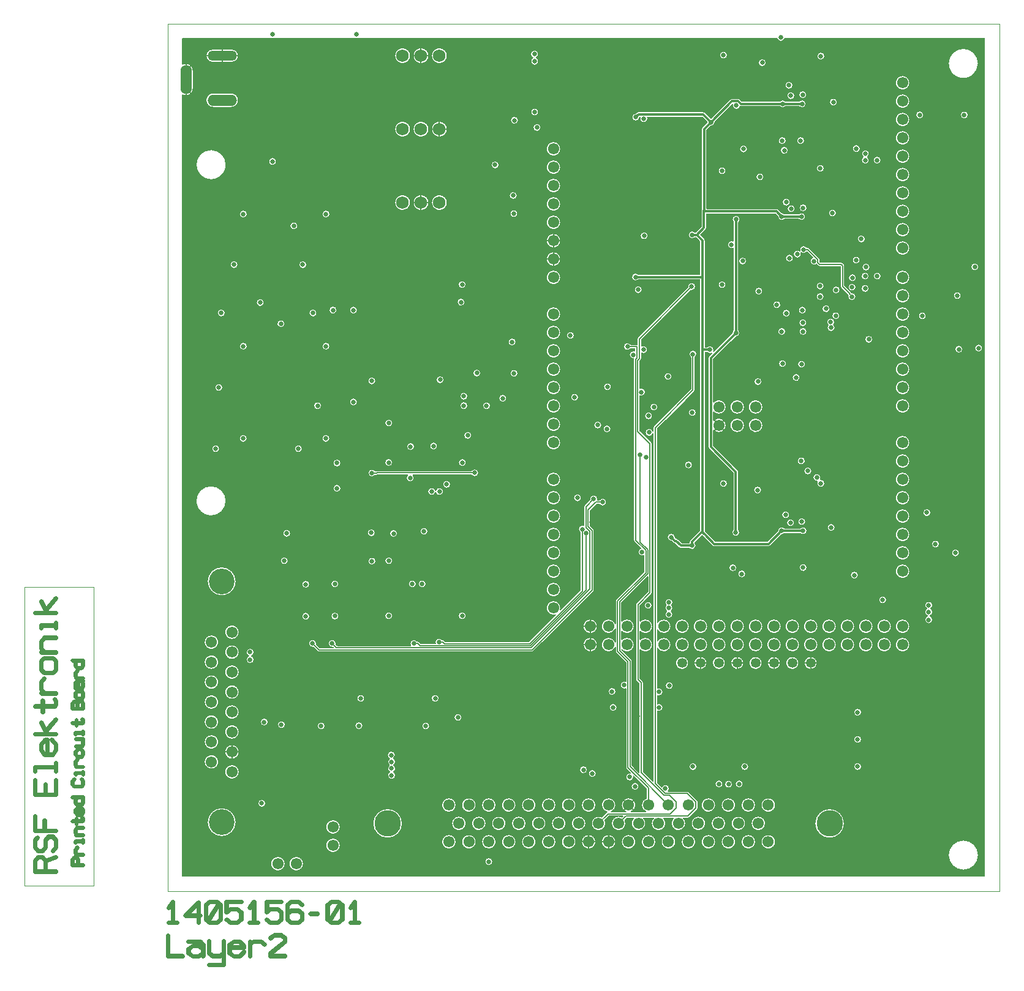
<source format=gbr>
*
G04 Job   : F:\ECADdesigns\1405165-01-00-A\PCB\1405165-01-00-A.pcb*
G04 User  : AT01PC650:at10682*
G04 Layer : Layer2.gbr*
G04 Date  : Tue May 09 13:28:00 2023*
G04 Layer2*
%ICAS*%
%MOMM*%
%FSLAX54Y54*%
%OFA0.0000B0.0000*%
G90*
G74*
%ADD15C,0.00500*%
%ADD10C,0.01000*%
%ADD11C,0.13000*%
%ADD14C,0.15000*%
%ADD13C,0.30000*%
%ADD12C,0.50000*%
%ADD16C,0.65000*%
%ADD21C,1.35000*%
%ADD18C,1.55000*%
%ADD20C,1.75000*%
%ADD17C,3.55000*%
%ADD22C,3.65000*%
%ADD70O,4.05000X1.35000*%
%ADD19O,4.05000X1.55000*%
%ADD71O,1.55000X4.05000*%
G01*
G36*
X20000Y1179238D02*
G02X20762Y1180000I762D01*
G01X39920*
Y540000*
G03X51250Y521927I20080*
G01Y178900*
G03X55450Y171150I9250*
G01Y95500*
G03X74700Y76250I19250*
X93950Y95500J19250*
X74700Y114750I19250*
X55450Y95500J19250*
G01Y171150*
G03X60500Y169650I5050J7750*
X69750Y178900J9250*
X60500Y188150I9250*
X51250Y178900J9250*
G01Y206500*
G03X60500Y197250I9250*
X69750Y206500J9250*
X60500Y215750I9250*
X51250Y206500J9250*
G01Y234100*
G03X60500Y224850I9250*
X69750Y234100J9250*
X60500Y243350I9250*
X51250Y234100J9250*
G01Y261700*
G03X60500Y252450I9250*
X69750Y261700J9250*
X60500Y270950I9250*
X51250Y261700J9250*
G01Y289300*
G03X60500Y280050I9250*
X69750Y289300J9250*
X60500Y298550I9250*
X51250Y289300J9250*
G01Y316900*
G03X60500Y307650I9250*
X69750Y316900J9250*
X60500Y326150I9250*
X51250Y316900J9250*
G01Y344500*
G03X60500Y335250I9250*
X69750Y344500J9250*
X60500Y353750I9250*
X51250Y344500J9250*
G01Y521927*
G03X55450Y520442I8750J18073*
G01Y428700*
G03X74700Y409450I19250*
X79650Y410097J19250*
G01Y165100*
G03X88900Y155850I9250*
X98150Y165100J9250*
X88900Y174350I9250*
X79650Y165100J9250*
G01Y192700*
G03X88900Y183450I9250*
X98150Y192700J9250*
X88900Y201950I9250*
X79650Y192700J9250*
G01Y220300*
G03X88900Y211050I9250*
X98150Y220300J9250*
X88900Y229550I9250*
X79650Y220300J9250*
G01Y247900*
G03X88900Y238650I9250*
X98150Y247900J9250*
X88900Y257150I9250*
X79650Y247900J9250*
G01Y275500*
G03X88900Y266250I9250*
X98150Y275500J9250*
X88900Y284750I9250*
X79650Y275500J9250*
G01Y303100*
G03X88900Y293850I9250*
X98150Y303100J9250*
X88900Y312350I9250*
X79650Y303100J9250*
G01Y330700*
G03X88900Y321450I9250*
X98150Y330700J9250*
X88900Y339950I9250*
X79650Y330700J9250*
G01Y358300*
G03X88900Y349050I9250*
X98150Y358300J9250*
X88900Y367550I9250*
X79650Y358300J9250*
G01Y410097*
G03X93950Y428700I4950J18603*
X74700Y447950I19250*
X55450Y428700J19250*
G01Y520442*
G03X60000Y519920I4550J19558*
X80080Y540000J20080*
X60000Y560080I20080*
X39920Y540000J20080*
G01Y1005000*
G03X60000Y984920I20080*
X61652Y984988J20080*
G01Y612100*
G03X66402Y607350I4750*
X71152Y612100J4750*
X66402Y616850I4750*
X61652Y612100J4750*
G01Y984988*
G03X65939Y985818I1652J20012*
G01Y696710*
G03X70689Y691960I4750*
X75439Y696710J4750*
X70689Y701460I4750*
X65939Y696710J4750*
G01Y985818*
G03X69478Y987298I5939J19182*
G01Y799900*
G03X74228Y795150I4750*
X78978Y799900J4750*
X74228Y804650I4750*
X69478Y799900J4750*
G01Y987298*
G03X80080Y1005000I9478J17702*
X60000Y1025080I20080*
X39920Y1005000J20080*
G01Y1180000*
X53650*
Y1094200*
G03X62900Y1084950I9250*
G01X87042*
Y866700*
G03X91792Y861950I4750*
X96542Y866700J4750*
X91792Y871450I4750*
X87042Y866700J4750*
G01Y1084950*
X87900*
G03X97150Y1094200J9250*
X87900Y1103450I9250*
G01X62900*
G03X53650Y1094200J9250*
G01Y1155700*
G03X61900Y1147450I8250*
G01X88900*
G03X97150Y1155700J8250*
X88900Y1163950I8250*
G01X61900*
G03X53650Y1155700J8250*
G01Y1180000*
X99708*
Y626450*
G03X104458Y621700I4750*
X109208Y626450J4750*
X104458Y631200I4750*
X99708Y626450J4750*
G01Y1180000*
X99858*
Y753900*
G03X104608Y749150I4750*
X109350Y753627J4750*
G01Y330670*
G03X112484Y326203I4750*
G02X112987Y325487I259J716*
X112484Y324770I762*
G03X109350Y320303I1616J4467*
X114100Y315553I4750*
X118850Y320303J4750*
X115716Y324770I4750*
G02X115214Y325487I260J717*
X115716Y326203I762*
G03X118850Y330670I1616J4467*
X114100Y335420I4750*
X109350Y330670J4750*
G01Y753627*
G03X109358Y753900I4742J273*
X104608Y758650I4750*
X99858Y753900J4750*
G01Y936700*
G03X104608Y931950I4750*
X109358Y936700J4750*
X104608Y941450I4750*
X99858Y936700J4750*
G01Y1180000*
X123266*
Y814250*
G03X125400Y810285I4750*
G01Y121550*
G03X130150Y116800I4750*
X134900Y121550J4750*
X130150Y126300I4750*
X125400Y121550J4750*
G01Y810285*
G03X128016Y809500I2616J3965*
X128758Y809558J4750*
G01Y234100*
G03X133508Y229350I4750*
X138258Y234100J4750*
X133508Y238850I4750*
X128758Y234100J4750*
G01Y809558*
G03X132766Y814250I742J4692*
X128016Y819000I4750*
X123266Y814250J4750*
G01Y1180000*
X140295*
Y1009396*
G03X143150Y1005040I4750*
G01Y38100*
G03X152400Y28850I9250*
X161650Y38100J9250*
X152400Y47350I9250*
X143150Y38100J9250*
G01Y1005040*
G03X145045Y1004646I1895J4356*
X149795Y1009396J4750*
X145045Y1014146I4750*
X140295Y1009396J4750*
G01Y1180000*
X151800*
Y785000*
G03X152560Y782422I4750*
G01Y230429*
G03X157310Y225679I4750*
X162060Y230429J4750*
X157310Y235179I4750*
X152560Y230429J4750*
G01Y782422*
G03X156508Y780250I3990J2578*
G01Y457100*
G03X161258Y452350I4750*
X166008Y457100J4750*
X161258Y461850I4750*
X156508Y457100J4750*
G01Y780250*
G03X156550I42J4750*
X159900Y781632J4750*
G01Y495011*
G03X164650Y490261I4750*
X168550Y492300J4750*
G01Y38100*
G03X177800Y28850I9250*
X187050Y38100J9250*
X177800Y47350I9250*
X168550Y38100J9250*
G01Y492300*
G03X169400Y495011I3900J2711*
X164650Y499761I4750*
X159900Y495011J4750*
G01Y781632*
G03X161300Y785000I3350J3368*
X156550Y789750I4750*
X151800Y785000J4750*
G01Y1180000*
X169750*
Y920483*
G03X174500Y915733I4750*
X175952Y915960J4750*
G01Y612100*
G03X180702Y607350I4750*
X185452Y612100J4750*
X180702Y616850I4750*
X175952Y612100J4750*
G01Y915960*
G03X179250Y920483I1452J4523*
X174500Y925233I4750*
X169750Y920483J4750*
G01Y1180000*
X182158*
Y866700*
G03X186201Y862003I4750*
G01Y380367*
G03X190951Y375617I4750*
X195621Y379502J4750*
G01Y342800*
G03X200371Y338050I4750*
X201349Y338152J4750*
G02X201506Y338168I157J746*
X202045Y337945J762*
G01X207542Y332447*
Y228600*
G03X212292Y223850I4750*
X217042Y228600J4750*
X212292Y233350I4750*
X207542Y228600J4750*
G01Y332447*
X207558Y332431*
G03X209149Y331772I1591J1591*
G01X219350*
Y63500*
G03X228600Y54250I9250*
X237850Y63500J9250*
X228600Y72750I9250*
X219350Y63500J9250*
G01Y88900*
G03X228600Y79650I9250*
X237850Y88900J9250*
X228600Y98150I9250*
X219350Y88900J9250*
G01Y331772*
X259650*
Y228950*
G03X264400Y224200I4750*
X269150Y228950J4750*
X264400Y233700I4750*
X259650Y228950J4750*
G01Y331772*
X262230*
Y266800*
G03X266980Y262050I4750*
X271730Y266800J4750*
X266980Y271550I4750*
X262230Y266800J4750*
G01Y331772*
X284350*
Y93800*
G03X304100Y74050I19750*
X323850Y93800J19750*
X304100Y113550I19750*
X284350Y93800J19750*
G01Y331772*
X304477*
Y188401*
G03X306955Y184229I4750*
G02X307352Y183560I365J669*
X307018Y182929I762*
G03X304932Y178997I2664J3932*
X307029Y175057I4750*
G02X307365Y174425I426J632*
X307029Y173793I762*
G03X304932Y169853I2653J3940*
X307356Y165711I4750*
G02X307745Y165047I373J664*
X307356Y164382I762*
G03X304932Y160241I2326J4141*
X309682Y155491I4750*
X314432Y160241J4750*
X312007Y164382I4750*
G02X311618Y165047I373J665*
X312007Y165711I762*
G03X314432Y169853I2325J4142*
X312335Y173793I4750*
G02X311999Y174425I426J632*
X312335Y175057I762*
G03X314432Y178997I2653J3940*
X311954Y183168I4750*
G02X311557Y183837I365J669*
X311891Y184468I762*
G03X313977Y188401I2664J3933*
X309227Y193151I4750*
X304477Y188401J4750*
G01Y331772*
X352042*
Y228600*
G03X356792Y223850I4750*
X361542Y228600J4750*
X356792Y233350I4750*
X352042Y228600J4750*
G01Y331772*
X365075*
Y266800*
G03X369825Y262050I4750*
X374575Y266800J4750*
X369825Y271550I4750*
X365075Y266800J4750*
G01Y331772*
X379550*
Y68400*
G03X388800Y59150I9250*
X398050Y68400J9250*
X388800Y77650I9250*
X379550Y68400J9250*
G01Y119200*
G03X388800Y109950I9250*
X393350Y111146J9250*
G01Y93800*
G03X402600Y84550I9250*
X407150Y85746J9250*
G01Y68400*
G03X416400Y59150I9250*
X425650Y68400J9250*
X416400Y77650I9250*
X407150Y68400J9250*
G01Y85746*
G03X411850Y93800I4550J8054*
X402600Y103050I9250*
X393350Y93800J9250*
G01Y111146*
G03X398050Y119200I4550J8054*
X388800Y128450I9250*
X379550Y119200J9250*
G01Y331772*
X396650*
Y240400*
G03X401400Y235650I4750*
X406150Y240400J4750*
X401400Y245150I4750*
X396650Y240400J4750*
G01Y331772*
X407150*
Y119200*
G03X416400Y109950I9250*
X420950Y111146J9250*
G01Y93800*
G03X430200Y84550I9250*
X434750Y85746J9250*
G01Y68400*
G03X439250Y60463I9250*
G01Y41023*
G03X444000Y36273I4750*
X448750Y41023J4750*
X444000Y45773I4750*
X439250Y41023J4750*
G01Y60463*
G03X444000Y59150I4750J7937*
X453250Y68400J9250*
X444000Y77650I9250*
X434750Y68400J9250*
G01Y85746*
G03X439450Y93800I4550J8054*
X430200Y103050I9250*
X420950Y93800J9250*
G01Y111146*
G03X425650Y119200I4550J8054*
X416400Y128450I9250*
X407150Y119200J9250*
G01Y331772*
X434750*
Y119200*
G03X444000Y109950I9250*
X448550Y111146J9250*
G01Y93800*
G03X457800Y84550I9250*
X462350Y85746J9250*
G01Y68400*
G03X471600Y59150I9250*
X480850Y68400J9250*
X471600Y77650I9250*
X462350Y68400J9250*
G01Y85746*
G03X467050Y93800I4550J8054*
X457800Y103050I9250*
X448550Y93800J9250*
G01Y111146*
G03X453250Y119200I4550J8054*
X444000Y128450I9250*
X434750Y119200J9250*
G01Y331772*
X462350*
Y119200*
G03X471600Y109950I9250*
X476150Y111146J9250*
G01Y93800*
G03X485400Y84550I9250*
X489950Y85746J9250*
G01Y68400*
G03X499200Y59150I9250*
X508450Y68400J9250*
X499200Y77650I9250*
X489950Y68400J9250*
G01Y85746*
G03X494650Y93800I4550J8054*
X485400Y103050I9250*
X476150Y93800J9250*
G01Y111146*
G03X480850Y119200I4550J8054*
X471600Y128450I9250*
X462350Y119200J9250*
G01Y331772*
X489950*
Y119200*
G03X499200Y109950I9250*
X503750Y111146J9250*
G01Y93800*
G03X513000Y84550I9250*
X517550Y85746J9250*
G01Y68400*
G03X526800Y59150I9250*
X536050Y68400J9250*
X526800Y77650I9250*
X517550Y68400J9250*
G01Y85746*
G03X522250Y93800I4550J8054*
X513000Y103050I9250*
X503750Y93800J9250*
G01Y111146*
G03X508450Y119200I4550J8054*
X499200Y128450I9250*
X489950Y119200J9250*
G01Y331772*
X503757*
G03X505348Y332431J2250*
G01X517550Y344633*
Y119200*
G03X526800Y109950I9250*
X531350Y111146J9250*
G01Y93800*
G03X540600Y84550I9250*
X545150Y85746J9250*
G01Y68400*
G03X554400Y59150I9250*
X563650Y68400J9250*
X554400Y77650I9250*
X545150Y68400J9250*
G01Y85746*
G03X549850Y93800I4550J8054*
X540600Y103050I9250*
X531350Y93800J9250*
G01Y111146*
G03X536050Y119200I4550J8054*
X526800Y128450I9250*
X517550Y119200J9250*
G01Y344633*
X545150Y372233*
Y119200*
G03X554400Y109950I9250*
X558950Y111146J9250*
G01Y93800*
G03X568200Y84550I9250*
X572750Y85746J9250*
G01Y68400*
G03X582000Y59150I9250*
X591250Y68400J9250*
X582000Y77650I9250*
X572750Y68400J9250*
G01Y85746*
G03X577450Y93800I4550J8054*
X568200Y103050I9250*
X558950Y93800J9250*
G01Y111146*
G03X563650Y119200I4550J8054*
X554400Y128450I9250*
X545150Y119200J9250*
G01Y372233*
X570144Y397227*
Y168075*
G03X572750Y163836I4750*
G01Y119200*
G03X582000Y109950I9250*
X586550Y111146J9250*
G01Y93800*
G03X595800Y84550I9250*
X600350Y85746J9250*
G01Y68400*
G03X609600Y59150I9250*
X618850Y68400J9250*
X609600Y77650I9250*
X600350Y68400J9250*
G01Y85746*
G03X605050Y93800I4550J8054*
X604005Y98070I9250*
G02X603919Y98422I676J352*
X604143Y98961I762*
G01X609559Y104377*
G02X610098Y104600I539J539*
G01X629178*
G02X629940Y103838J762*
X629717Y103299I762*
G01X628561Y102143*
G02X628022Y101919I539J538*
X627670Y102005J762*
G03X623400Y103050I4270J8205*
X614150Y93800J9250*
X623400Y84550I9250*
X627950Y85746J9250*
G01Y68400*
G03X637200Y59150I9250*
X646450Y68400J9250*
X637200Y77650I9250*
X627950Y68400J9250*
G01Y85746*
G03X632650Y93800I4550J8054*
X631605Y98070I9250*
G02X631519Y98422I676J352*
X631743Y98961I762*
G01X634409Y101627*
G02X634948Y101850I539J539*
G01X644135*
G02X644897Y101088J762*
X644658Y100533I762*
G03X641750Y93800I6342J6733*
X651000Y84550I9250*
X655550Y85746J9250*
G01Y68400*
G03X664800Y59150I9250*
X674050Y68400J9250*
X664800Y77650I9250*
X655550Y68400J9250*
G01Y85746*
G03X660250Y93800I4550J8054*
X657342Y100533I9250*
G02X657103Y101088I523J555*
X657865Y101850I762*
G01X671735*
G02X672497Y101088J762*
X672258Y100533I762*
G03X669350Y93800I6342J6733*
X678600Y84550I9250*
X683150Y85746J9250*
G01Y68400*
G03X692400Y59150I9250*
X701650Y68400J9250*
X692400Y77650I9250*
X683150Y68400J9250*
G01Y85746*
G03X687850Y93800I4550J8054*
X684942Y100533I9250*
G02X684703Y101088I523J555*
X685465Y101850I762*
G01X699335*
G02X700097Y101088J762*
X699858Y100533I762*
G03X696950Y93800I6342J6733*
X706200Y84550I9250*
X710750Y85746J9250*
G01Y68400*
G03X720000Y59150I9250*
X729250Y68400J9250*
X720000Y77650I9250*
X710750Y68400J9250*
G01Y85746*
G03X715450Y93800I4550J8054*
X712542Y100533I9250*
G02X712303Y101088I523J555*
X713065Y101850I762*
G01X719466*
G03X721057Y102509J2250*
G01X724550Y106002*
Y93800*
G03X733800Y84550I9250*
X738350Y85746J9250*
G01Y68400*
G03X747600Y59150I9250*
X756850Y68400J9250*
X747600Y77650I9250*
X738350Y68400J9250*
G01Y85746*
G03X743050Y93800I4550J8054*
X733800Y103050I9250*
X724550Y93800J9250*
G01Y106002*
X731891Y113343*
G03X732550Y114934I1591J1591*
G01Y123466*
G03X731891Y125057I2250*
G01X720030Y136918*
G03X718439Y137577I1591J1591*
G01X692171*
G02X691409Y138339J762*
X691612Y138857I762*
G03X692877Y142085I3485J3228*
X688127Y146835I4750*
X683694Y143791J4750*
G02X682983Y143302I711J273*
X682444Y143525J762*
G01X676565Y149405*
G02X676342Y149944I539J539*
G01Y249154*
G02X677104Y249916I762*
X677415Y249850J762*
G03X679353Y249437I1938J4337*
X684103Y254187J4750*
X679353Y258937I4750*
X677415Y258523J4750*
G02X677104Y258457I311J696*
X676342Y259219J762*
G01Y270620*
G02X677104Y271382I762*
X677413Y271317J762*
G03X679342Y270908I1929J4341*
X684092Y275658J4750*
X679342Y280408I4750*
X677413Y279998J4750*
G02X677104Y279933I309J697*
X676342Y280695J762*
G01Y336139*
G02X677104Y336901I762*
X677765Y336516J762*
G03X685800Y331850I8035J4584*
X688704Y332318J9250*
G01Y284355*
G03X693454Y279605I4750*
X698204Y284355J4750*
X693454Y289105I4750*
X688704Y284355J4750*
G01Y332318*
G03X695050Y341100I2904J8782*
X685800Y350350I9250*
X677765Y345684J9250*
G02X677104Y345299I661J377*
X676342Y346061J762*
G01Y361539*
G02X677104Y362301I762*
X677765Y361916J762*
G03X685800Y357250I8035J4584*
X695050Y366500J9250*
X685800Y375750I9250*
X677765Y371084J9250*
G02X677104Y370699I661J377*
X676342Y371461J762*
G01Y640049*
G02X676565Y640588I762*
G01X688251Y652275*
Y399468*
G03X689623Y396129I4750*
G02X689843Y395593I542J536*
X689623Y395058I762*
G03X688251Y391718I3378J3340*
X690079Y387973I4750*
G02X690373Y387372I468J601*
X690079Y386772I762*
G03X688251Y383027I2922J3745*
X693001Y378277I4750*
X697751Y383027J4750*
X695923Y386772I4750*
G02X695630Y387372I469J600*
X695923Y387973I762*
G03X697751Y391718I2922J3745*
X696379Y395058I4750*
G02X696159Y395593I542J535*
X696379Y396129I762*
G03X697751Y399468I3378J3339*
X693001Y404218I4750*
X688251Y399468J4750*
G01Y652275*
X715337Y679361*
Y589717*
G03X720087Y584967I4750*
X724837Y589717J4750*
X720087Y594467I4750*
X715337Y589717J4750*
G01Y679361*
X720546Y684570*
Y662131*
G03X725296Y657381I4750*
X730046Y662131J4750*
X725296Y666881I4750*
X720546Y662131J4750*
G01Y684570*
X727787Y691810*
G03X728446Y693401I1591J1591*
G01Y738350*
G02X728792Y738988I762*
G03X730946Y742966I2596J3978*
X726196Y747716I4750*
X721446Y742966J4750*
X723600Y738988I4750*
G02X723946Y738350I416J638*
G01Y694649*
G02X723723Y694110I762*
G01X672501Y642888*
G03X671842Y641297I1591J1591*
G01Y636158*
G02X671080Y635396I762*
G01X670900*
G02X670167Y635949J762*
G03X665600Y639396I4567J1303*
X660850Y634646J4750*
X665600Y629896I4750*
X670167Y633343J4750*
G02X670900Y633896I733J209*
G01X671080*
G02X671842Y633134J762*
G01Y152078*
G02X671080Y151316I762*
X670541Y151540J762*
G01X657123Y164957*
G02X656900Y165496I539J539*
G01Y288429*
G03X656241Y290020I2250*
G01X652573Y293688*
G02X652350Y294227I539J539*
G01Y334235*
G02X653112Y334997I762*
X653667Y334758J762*
G03X660400Y331850I6733J6342*
X669650Y341100J9250*
X660400Y350350I9250*
X653667Y347442J9250*
G02X653112Y347203I555J523*
X652350Y347965J762*
G01Y359635*
G02X653112Y360397I762*
X653667Y360158J762*
G03X660400Y357250I6733J6342*
X669650Y366500J9250*
X660400Y375750I9250*
X653667Y372842J9250*
G02X653112Y372603I555J523*
X652350Y373365J762*
G01Y395231*
G02X652573Y395770I762*
G01X659520Y402717*
Y395409*
G03X664270Y390659I4750*
X669020Y395409J4750*
X664270Y400159I4750*
X659520Y395409J4750*
G01Y402717*
X668496Y411693*
G03X669155Y413284I1591J1591*
G01Y618932*
G03X668496Y620523I2250*
G01X652341Y636679*
G02X652118Y637217I539J538*
G01Y685315*
G02X652880Y686077I762*
X653189Y686011J762*
G03X655118Y685602I1929J4341*
X659868Y690352J4750*
X655118Y695102I4750*
X653189Y694693J4750*
G02X652880Y694627I309J696*
X652118Y695389J762*
G01Y733254*
G02X652341Y733793I762*
G01X653771Y735222*
G03X654430Y736813I1591J1591*
G01Y744378*
G02X655192Y745140I762*
X655573Y745037J762*
G03X657950Y744400I2377J4113*
X660055Y744892J4750*
G01Y657523*
G03X664805Y652773I4750*
X669555Y657523J4750*
X664805Y662273I4750*
X660055Y657523J4750*
G01Y744892*
G03X662700Y749150I2105J4258*
X657950Y753900I4750*
X655573Y753263J4750*
G02X655192Y753160I381J659*
X654430Y753922J762*
G01Y762881*
G02X654653Y763420I762*
G01X667450Y776217*
Y669776*
G03X672200Y665026I4750*
X676950Y669776J4750*
X672200Y674526I4750*
X667450Y669776J4750*
G01Y776217*
X687000Y795767*
Y712074*
G03X691750Y707324I4750*
X696500Y712074J4750*
X691750Y716824I4750*
X687000Y712074J4750*
G01Y795767*
X722828Y831595*
G02X723367Y831818I539J539*
X723524Y831802J762*
G03X724501Y831700I977J4648*
X729251Y836450J4750*
X724501Y841200I4750*
X719751Y836450J4750*
X719853Y835472I4750*
G02X719869Y835316I746J156*
X719646Y834777I762*
G01X650589Y765719*
G03X649930Y764128I1591J1591*
G01Y756377*
G02X649168Y755615I762*
X649102Y755618J762*
G03X648910Y755626I192J2242*
G01X640331*
G02X639693Y755972J762*
G03X635714Y758126I3979J2596*
X630964Y753376J4750*
X635714Y748626I4750*
X639693Y750781J4750*
G02X640331Y751126I638J417*
G01X645898*
G02X646660Y750364J762*
G01Y747144*
G02X645898Y746382I762*
X645588Y746448J762*
G03X643660Y746857I1928J4341*
X638910Y742107J4750*
X643660Y737357I4750*
X644188Y737386J4750*
G02X644273Y737391I85J757*
X645035Y736629J762*
X644992Y736379I762*
G03X644868Y735640I2126J739*
G01Y485407*
G03X645527Y483816I2250*
G01X654509Y474833*
G02X654733Y474294I538J539*
X654244Y473583I762*
G03X651200Y469150I1706J4433*
X655950Y464400I4750*
X657879Y464809J4750*
G02X658188Y464875I309J696*
X658950Y464113J762*
G01Y441861*
G02X658727Y441322I762*
G01X620359Y402955*
G03X619700Y401364I1591J1591*
G01Y370111*
G02X618938Y369349I762*
X618227Y369836J762*
G03X609600Y375750I8627J3336*
X600350Y366500J9250*
X609600Y357250I9250*
X618227Y363164J9250*
G02X618938Y363651I711J275*
X619700Y362889J762*
G01Y344711*
G02X618938Y343949I762*
X618227Y344436J762*
G03X609600Y350350I8627J3336*
X600350Y341100J9250*
X609600Y331850I9250*
X609608J9250*
G01Y276314*
G03X611126Y272833I4750*
G01Y254187*
G03X615876Y249437I4750*
X620626Y254187J4750*
X615876Y258937I4750*
X611126Y254187J4750*
G01Y272833*
G03X614358Y271564I3232J3481*
X619108Y276314J4750*
X614358Y281064I4750*
X609608Y276314J4750*
G01Y331850*
G03X618227Y337764I8J9250*
G02X618938Y338251I711J275*
X619700Y337489J762*
G01Y331805*
G03X620359Y330214I2250*
G01X634002Y316572*
G02X634225Y316033I539J539*
G01Y290153*
G02X633463Y289391I762*
X633136Y289465J762*
G03X631096Y289925I2040J4290*
X626346Y285175J4750*
X631096Y280425I4750*
X633136Y280886J4750*
G02X633463Y280959I327J689*
X634225Y280197J762*
G01Y171236*
G03X634884Y169645I2250*
G01X640648Y163881*
G02X640871Y163342I539J539*
X640109Y162580I762*
X639916Y162605J762*
G03X638716Y162759I1200J4596*
X633966Y158009J4750*
X638716Y153259I4750*
X641389Y154083J4750*
G01Y145037*
G03X646139Y140287I4750*
X650889Y145037J4750*
X646139Y149787I4750*
X641389Y145037J4750*
G01Y154083*
G03X643466Y158009I2673J3926*
X643312Y159210I4750*
G02X643287Y159402I737J192*
X644049Y160164I762*
X644588Y159941J762*
G01X662327Y142202*
G02X662550Y141663I539J539*
G01Y128748*
G02X662017Y128021I762*
G03X655550Y119200I2783J8821*
X661464Y110573I9250*
G02X661951Y109862I275J711*
X661189Y109100I762*
G01X640811*
G02X640049Y109862J762*
X640536Y110573I762*
G03X646450Y119200I3336J8627*
X637200Y128450I9250*
X627950Y119200J9250*
X633864Y110573I9250*
G02X634351Y109862I275J711*
X633589Y109100I762*
G01X613211*
G02X612449Y109862J762*
X612936Y110573I762*
G03X618850Y119200I3336J8627*
X609600Y128450I9250*
X600350Y119200J9250*
X607501Y110191I9250*
G02X608090Y109449I173J742*
X607713Y108792I762*
G03X607259Y108441I1137J1942*
G01X600961Y102143*
G02X600422Y101919I539J538*
X600070Y102005J762*
G03X595800Y103050I4270J8205*
X586550Y93800J9250*
G01Y111146*
G03X591250Y119200I4550J8054*
X582000Y128450I9250*
X572750Y119200J9250*
G01Y163836*
G03X574894Y163325I2144J4239*
X579644Y168075J4750*
X574894Y172825I4750*
X570144Y168075J4750*
G01Y397227*
X574950Y402033*
Y341100*
G03X582376Y332032I9250*
G01Y162773*
G03X587126Y158023I4750*
X591876Y162773J4750*
X587126Y167523I4750*
X582376Y162773J4750*
G01Y332032*
G03X584200Y331850I1824J9068*
X593450Y341100J9250*
X584200Y350350I9250*
X574950Y341100J9250*
G01Y366500*
G03X584200Y357250I9250*
X593450Y366500J9250*
X584200Y375750I9250*
X574950Y366500J9250*
G01Y402033*
X588265Y415349*
G03X588924Y416940I1591J1591*
G01Y498600*
G03X588265Y500191I2250*
G01X583458Y504999*
G02X583235Y505537I539J538*
G01Y525886*
G02X583458Y526424I762*
G01X592743Y535709*
G02X593282Y535932I539J539*
G01X596631*
G02X597270Y535587J762*
G03X601248Y533432I3978J2595*
X605998Y538182J4750*
X601248Y542932I4750*
X597270Y540778J4750*
G02X596631Y540432I639J416*
G01X594376*
G02X593614Y541194J762*
X593640Y541392I762*
G03X593804Y542626I4586J1234*
X589054Y547376I4750*
X584304Y542626J4750*
X584405Y541649I4750*
G02X584422Y541492I746J157*
X584198Y540953I762*
G01X576644Y533399*
G03X575985Y531808I1591J1591*
G01Y505890*
G02X575223Y505128I762*
X574943Y505181J762*
G03X573194Y505515I1749J4416*
X568444Y500765J4750*
X570599Y496787I4750*
G02X570944Y496149I417J638*
G01Y416375*
G02X570721Y415836I762*
G01X543593Y388707*
G02X543054Y388484I539J539*
X542292Y389246J762*
X542319Y389448I762*
G03X542650Y391900I8919J2452*
X533400Y401150I9250*
X524150Y391900J9250*
X533400Y382650I9250*
X535852Y382981J9250*
G02X536054Y383008I202J735*
X536816Y382246J762*
X536593Y381707I762*
G01X499631Y344745*
G02X499092Y344522I539J539*
G01X384173*
G02X383635Y344745J762*
G01X382017Y346363*
G03X380426Y347022I1591J1591*
G01X379792*
G02X379154Y347368J762*
G03X375176Y349522I3978J2596*
X370426Y344772J4750*
X370835Y342844I4750*
G02X370901Y342534I696J310*
X370139Y341772I762*
G01X350291*
G02X349752Y341995J762*
G01X347356Y344391*
G03X345765Y345050I1591J1591*
G01X345132*
G02X344493Y345396J762*
G03X340515Y347550I3978J2596*
X335765Y342800J4750*
X336539Y340201I4750*
G02X336663Y339784I638J417*
X335901Y339022I762*
G01X234757*
G02X234218Y339245J762*
G01X232337Y341127*
G02X232114Y341666I539J539*
X232130Y341822I762*
G03X232232Y342800I4648J978*
X227482Y347550I4750*
X222732Y342800J4750*
X227482Y338050I4750*
X228459Y338152J4750*
G02X228616Y338168I157J746*
X229155Y337945J762*
G01X229527Y337573*
G02X229750Y337034I539J539*
X228988Y336272I762*
G01X210397*
G02X209858Y336495J762*
G01X205227Y341127*
G02X205003Y341666I538J539*
X205020Y341822I762*
G03X205121Y342800I4649J978*
X200371Y347550I4750*
X195621Y342800J4750*
G01Y379502*
G03X195701Y380367I4670J865*
X190951Y385117I4750*
X186201Y380367J4750*
G01Y424547*
G03X190951Y419797I4750*
X195701Y424547J4750*
X190951Y429297I4750*
X186201Y424547J4750*
G01Y862003*
G03X186908Y861950I707J4697*
X191658Y866700J4750*
X186908Y871450I4750*
X182158Y866700J4750*
G01Y1180000*
X196122*
Y799900*
G03X200872Y795150I4750*
X202559Y795460J4750*
G01Y671613*
G03X207309Y666863I4750*
X212059Y671613J4750*
X207309Y676363I4750*
X202559Y671613J4750*
G01Y795460*
G03X205622Y799900I1687J4440*
X200872Y804650I4750*
X196122Y799900J4750*
G01Y1180000*
X214008*
Y626450*
G03X218758Y621700I4750*
X223508Y626450J4750*
X218758Y631200I4750*
X214008Y626450J4750*
G01Y1180000*
X214158*
Y753900*
G03X218908Y749150I4750*
X223658Y753900J4750*
X218908Y758650I4750*
X214158Y753900J4750*
G01Y936700*
G03X218908Y931950I4750*
X223658Y936700J4750*
X218908Y941450I4750*
X214158Y936700J4750*
G01Y1180000*
X223850*
Y803908*
G03X226419Y799688I4750*
G01Y380625*
G03X231169Y375875I4750*
X235919Y380625J4750*
X231169Y385375I4750*
X226419Y380625J4750*
G01Y425063*
G03X231169Y420313I4750*
X235919Y425063J4750*
X231169Y429813I4750*
X226419Y425063J4750*
G01Y799688*
G03X228600Y799158I2181J4220*
X229392Y799225J4750*
G01Y557307*
G03X234142Y552557I4750*
X238892Y557307J4750*
X234142Y562057I4750*
X229392Y557307J4750*
G01Y592322*
G03X234142Y587572I4750*
X238892Y592322J4750*
X234142Y597072I4750*
X229392Y592322J4750*
G01Y799225*
G03X233350Y803908I792J4683*
X228600Y808658I4750*
X223850Y803908J4750*
G01Y1180000*
X252108*
Y676650*
G03X256858Y671900I4750*
X261608Y676650J4750*
X256858Y681400I4750*
X252108Y676650J4750*
G01Y803650*
G03X256858Y798900I4750*
X261608Y803650J4750*
X256858Y808400I4750*
X252108Y803650J4750*
G01Y1180000*
X276752*
Y495750*
G03X277745Y492844I4750*
G01Y456584*
G03X282495Y451834I4750*
X287245Y456584J4750*
X282495Y461334I4750*
X277745Y456584J4750*
G01Y492844*
G03X281502Y491000I3757J2906*
X286252Y495750J4750*
X281502Y500500I4750*
X276752Y495750J4750*
G01Y1180000*
X277573*
Y706000*
G03X277824Y704475I4750*
G01Y578396*
G03X282574Y573646I4750*
X286552Y575800J4750*
G02X287190Y576146I638J416*
G01X288720*
G03X289744Y576392J2250*
G02X290090Y576476I346J678*
G01X300864*
Y381010*
G03X305614Y376260I4750*
X310364Y381010J4750*
X305614Y385760I4750*
X300864Y381010J4750*
G01Y576476*
X301008*
Y457100*
G03X305758Y452350I4750*
X310508Y457100J4750*
X305758Y461850I4750*
X301008Y457100J4750*
G01Y576476*
X307550*
Y494898*
G03X312300Y490148I4750*
X317050Y494898J4750*
X312300Y499648I4750*
X307550Y494898J4750*
G01Y576476*
X331773*
G02X332535Y575714J762*
X332280Y575145I762*
G03X330692Y571600I3162J3545*
X333451Y567287I4750*
G01Y425100*
G03X338201Y420350I4750*
X342951Y425100J4750*
X338201Y429850I4750*
X333451Y425100J4750*
G01Y567287*
G03X335442Y566850I1991J4313*
X340192Y571600J4750*
X338604Y575145I4750*
G02X338349Y575714I507J569*
X339111Y576476I762*
G01X346976*
Y425100*
G03X351726Y420350I4750*
X356476Y425100J4750*
X351726Y429850I4750*
X346976Y425100J4750*
G01Y576476*
X349658*
Y497841*
G03X354408Y493091I4750*
X359158Y497841J4750*
X354408Y502591I4750*
X349658Y497841J4750*
G01Y576476*
X360192*
Y553025*
G03X364942Y548275I4750*
X369487Y551642J4750*
G02X370216Y552182I729J222*
X370229J762*
G01X370479Y552178*
G02X371202Y551612I13J762*
G03X375792Y548085I4590J1223*
X380542Y552835J4750*
X375792Y557585I4750*
X371248Y554218J4750*
G02X370519Y553678I729J222*
X370506J762*
G01X370255Y553682*
G02X369532Y554248I14J762*
G03X364942Y557775I4590J1223*
X360192Y553025J4750*
G01Y576476*
X380932*
Y562800*
G03X385682Y558050I4750*
X390432Y562800J4750*
X385682Y567550I4750*
X380932Y562800J4750*
G01Y576476*
X402389*
Y381100*
G03X407139Y376350I4750*
X411889Y381100J4750*
X407139Y385850I4750*
X402389Y381100J4750*
G01Y576476*
X419739*
G02X420377Y576130J762*
G03X424355Y573976I3978J2596*
X429105Y578726J4750*
X424355Y583476I4750*
X420377Y581321J4750*
G02X419739Y580976I638J417*
G01X289050*
G03X288026Y580729J2250*
G02X287679Y580646I347J679*
G01X287190*
G02X286552Y580991J762*
G03X282574Y583146I3978J2595*
X277824Y578396J4750*
G01Y704475*
G03X282323Y701250I4499J1525*
X287073Y706000J4750*
X282323Y710750I4750*
X277573Y706000J4750*
G01Y1180000*
X300867*
Y593021*
G03X305617Y588271I4750*
X310367Y593021J4750*
X305617Y597771I4750*
X300867Y593021J4750*
G01Y1180000*
X301008*
Y647600*
G03X305758Y642850I4750*
X310508Y647600J4750*
X305758Y652350I4750*
X301008Y647600J4750*
G01Y1180000*
X314550*
Y952500*
G03X324800Y942250I10250*
X331146Y944451J10250*
G01Y615094*
G03X335896Y610344I4750*
X340646Y615094J4750*
X335896Y619844I4750*
X331146Y615094J4750*
G01Y944451*
G03X335050Y952500I6346J8049*
X324800Y962750I10250*
X314550Y952500J10250*
G01Y1054100*
G03X324800Y1043850I10250*
X335050Y1054100J10250*
X324800Y1064350I10250*
X314550Y1054100J10250*
G01Y1155700*
G03X324800Y1145450I10250*
X335050Y1155700J10250*
X324800Y1165950I10250*
X314550Y1155700J10250*
G01Y1180000*
X339950*
Y952500*
G03X350200Y942250I10250*
X360450Y952500J10250*
X350200Y962750I10250*
X339950Y952500J10250*
G01Y1054100*
G03X350200Y1043850I10250*
X360450Y1054100J10250*
X350200Y1064350I10250*
X339950Y1054100J10250*
G01Y1155700*
G03X350200Y1145450I10250*
X360450Y1155700J10250*
X350200Y1165950I10250*
X339950Y1155700J10250*
G01Y1180000*
X362936*
Y615654*
G03X367686Y610904I4750*
X372436Y615654J4750*
X367686Y620404I4750*
X362936Y615654J4750*
G01Y1180000*
X365350*
Y952500*
G03X371905Y942939I10250*
G01Y707537*
G03X376655Y702787I4750*
X381405Y707537J4750*
X376655Y712287I4750*
X371905Y707537J4750*
G01Y942939*
G03X375600Y942250I3695J9561*
X385850Y952500J10250*
X375600Y962750I10250*
X365350Y952500J10250*
G01Y1054100*
G03X375600Y1043850I10250*
X385850Y1054100J10250*
X375600Y1064350I10250*
X365350Y1054100J10250*
G01Y1155700*
G03X375600Y1145450I10250*
X385850Y1155700J10250*
X375600Y1165950I10250*
X365350Y1155700J10250*
G01Y1180000*
X400830*
Y814892*
G03X402710Y811107I4750*
G01Y592877*
G03X407460Y588127I4750*
X412210Y592877J4750*
X407460Y597627I4750*
X402710Y592877J4750*
G01Y811107*
G03X404751Y810215I2870J3785*
G01Y671700*
G03X409501Y666950I4750*
X410168Y666997J4750*
G01Y630517*
G03X414918Y625767I4750*
X419668Y630517J4750*
X414918Y635267I4750*
X410168Y630517J4750*
G01Y666997*
G03X414251Y671700I667J4703*
X409501Y676450I4750*
X404751Y671700J4750*
G01Y684700*
G03X409501Y679950I4750*
X414251Y684700J4750*
X409501Y689450I4750*
X404751Y684700J4750*
G01Y810215*
G03X405580Y810142I829J4677*
X410330Y814892J4750*
X405580Y819642I4750*
X400830Y814892J4750*
G01Y1180000*
X402342*
Y839167*
G03X407092Y834417I4750*
X411842Y839167J4750*
X407092Y843917I4750*
X402342Y839167J4750*
G01Y1180000*
X422667*
Y716747*
G03X427417Y711997I4750*
X432167Y716747J4750*
X427417Y721497I4750*
X422667Y716747J4750*
G01Y1180000*
X436189*
Y671511*
G03X440939Y666761I4750*
X445689Y671511J4750*
X440939Y676261I4750*
X436189Y671511J4750*
G01Y1180000*
X447969*
Y1004726*
G03X452719Y999976I4750*
X457469Y1004726J4750*
X452719Y1009476I4750*
X447969Y1004726J4750*
G01Y1180000*
X458581*
Y681870*
G03X463331Y677120I4750*
X468081Y681870J4750*
X463331Y686620I4750*
X458581Y681870J4750*
G01Y1180000*
X471500*
Y759802*
G03X474127Y755553I4750*
G01Y716450*
G03X478877Y711700I4750*
X483627Y716450J4750*
X478877Y721200I4750*
X474127Y716450J4750*
G01Y755553*
G03X476250Y755052I2123J4249*
X481000Y759802J4750*
X476250Y764552I4750*
X471500Y759802J4750*
G01Y1180000*
X472958*
Y962301*
G03X473839Y959545I4750*
G01Y937253*
G03X478589Y932503I4750*
X483339Y937253J4750*
X478589Y942003I4750*
X473839Y937253J4750*
G01Y959545*
G03X477708Y957551I3869J2756*
X482458Y962301J4750*
X477708Y967051I4750*
X472958Y962301J4750*
G01Y1180000*
X474643*
Y1066400*
G03X479393Y1061650I4750*
X484143Y1066400J4750*
X479393Y1071150I4750*
X474643Y1066400J4750*
G01Y1180000*
X502402*
Y1158000*
G03X505264Y1153641I4750*
G02X505723Y1152942I303J699*
X505298Y1152259I762*
G03X502651Y1148000I2103J4259*
G01Y1077894*
G03X505846Y1073405I4750*
G01Y1056400*
G03X510596Y1051650I4750*
X515346Y1056400J4750*
X510596Y1061150I4750*
X505846Y1056400J4750*
G01Y1073405*
G03X507401Y1073144I1555J4489*
X512151Y1077894J4750*
X507401Y1082644I4750*
X502651Y1077894J4750*
G01Y1148000*
G03X507401Y1143250I4750*
X512151Y1148000J4750*
X509290Y1152359I4750*
G02X508830Y1153058I302J699*
X509255Y1153741I762*
G03X511902Y1158000I2103J4259*
X507152Y1162750I4750*
X502402Y1158000J4750*
G01Y1180000*
X524150*
Y417300*
G03X533400Y408050I9250*
X542650Y417300J9250*
X533400Y426550I9250*
X524150Y417300J9250*
G01Y442700*
G03X533400Y433450I9250*
X542650Y442700J9250*
X533400Y451950I9250*
X524150Y442700J9250*
G01Y468100*
G03X533400Y458850I9250*
X542650Y468100J9250*
X533400Y477350I9250*
X524150Y468100J9250*
G01Y493500*
G03X533400Y484250I9250*
X542650Y493500J9250*
X533400Y502750I9250*
X524150Y493500J9250*
G01Y518900*
G03X533400Y509650I9250*
X542650Y518900J9250*
X533400Y528150I9250*
X524150Y518900J9250*
G01Y544300*
G03X533400Y535050I9250*
X542650Y544300J9250*
X533400Y553550I9250*
X524150Y544300J9250*
G01Y569700*
G03X533400Y560450I9250*
X542650Y569700J9250*
X533400Y578950I9250*
X524150Y569700J9250*
G01Y620500*
G03X533400Y611250I9250*
X542650Y620500J9250*
X533400Y629750I9250*
X524150Y620500J9250*
G01Y645900*
G03X533400Y636650I9250*
X542650Y645900J9250*
X533400Y655150I9250*
X524150Y645900J9250*
G01Y671300*
G03X533400Y662050I9250*
X542650Y671300J9250*
X533400Y680550I9250*
X524150Y671300J9250*
G01Y696700*
G03X533400Y687450I9250*
X542650Y696700J9250*
X533400Y705950I9250*
X524150Y696700J9250*
G01Y722100*
G03X533400Y712850I9250*
X542650Y722100J9250*
X533400Y731350I9250*
X524150Y722100J9250*
G01Y747500*
G03X533400Y738250I9250*
X542650Y747500J9250*
X533400Y756750I9250*
X524150Y747500J9250*
G01Y772900*
G03X533400Y763650I9250*
X542650Y772900J9250*
X533400Y782150I9250*
X524150Y772900J9250*
G01Y798300*
G03X533400Y789050I9250*
X542650Y798300J9250*
X533400Y807550I9250*
X524150Y798300J9250*
G01Y849100*
G03X533400Y839850I9250*
X542650Y849100J9250*
X533400Y858350I9250*
X524150Y849100J9250*
G01Y874500*
G03X533400Y865250I9250*
X542650Y874500J9250*
X533400Y883750I9250*
X524150Y874500J9250*
G01Y899900*
G03X533400Y890650I9250*
X542650Y899900J9250*
X533400Y909150I9250*
X524150Y899900J9250*
G01Y925300*
G03X533400Y916050I9250*
X542650Y925300J9250*
X533400Y934550I9250*
X524150Y925300J9250*
G01Y950700*
G03X533400Y941450I9250*
X542650Y950700J9250*
X533400Y959950I9250*
X524150Y950700J9250*
G01Y976100*
G03X533400Y966850I9250*
X542650Y976100J9250*
X533400Y985350I9250*
X524150Y976100J9250*
G01Y1001500*
G03X533400Y992250I9250*
X542650Y1001500J9250*
X533400Y1010750I9250*
X524150Y1001500J9250*
G01Y1026900*
G03X533400Y1017650I9250*
X542650Y1026900J9250*
X533400Y1036150I9250*
X524150Y1026900J9250*
G01Y1180000*
X552124*
Y768846*
G03X556874Y764096I4750*
X557914Y764211J4750*
G01Y683382*
G03X561879Y678697I4750*
G01Y544279*
G03X566629Y539529I4750*
X571379Y544279J4750*
X566629Y549029I4750*
X561879Y544279J4750*
G01Y678697*
G03X562664Y678632I785J4685*
X567414Y683382J4750*
X562664Y688132I4750*
X557914Y683382J4750*
G01Y764211*
G03X561624Y768846I1040J4635*
X556874Y773596I4750*
X552124Y768846J4750*
G01Y1180000*
X589847*
Y644829*
G03X594597Y640079I4750*
X599347Y644829J4750*
X594597Y649579I4750*
X589847Y644829J4750*
G01Y1180000*
X602686*
Y639414*
G03X607436Y634664I4750*
X612186Y639414J4750*
X607436Y644164I4750*
X602686Y639414J4750*
G01Y1180000*
X603334*
Y697776*
G03X608084Y693026I4750*
X612834Y697776J4750*
X608084Y702526I4750*
X603334Y697776J4750*
G01Y1180000*
X642147*
Y849615*
G03X645818Y844989I4750*
G01Y832050*
G03X650568Y827300I4750*
X655318Y832050J4750*
X650568Y836800I4750*
X645818Y832050J4750*
G01Y844989*
G03X646897Y844865I1079J4626*
X650369Y846373J4750*
G02X650926Y846615I557J520*
G01X735614*
G02X736376Y845853J762*
G01Y499330*
G02X736107Y498749I762*
G03X735926Y498583I1940J2288*
G01X722799Y485456*
G03X721921Y483335I2122J2121*
G01Y482015*
G02X721679Y481458I762*
G03X721449Y481228I3242J3472*
G02X720892Y480986I557J520*
G01X710938*
G02X710399Y481209J762*
G01X705019Y486590*
G03X703029Y487466I2122J2121*
G02X702523Y487688I33J761*
G01X701220Y488991*
G02X700997Y489530I539J539*
Y489556I771*
G03X701000Y489718I4747J162*
G01Y489719*
G03X696250Y494469I4750*
X691500Y489719J4750*
X696250Y484969I4750*
X696412Y484971J4750*
G02X696439Y484972I27J761*
X696977Y484749J762*
G01X699379Y482347*
G03X701369Y481472I2121J2122*
G02X701874Y481249I33J762*
G01X701950Y481173*
Y341100*
G03X702950Y336917I9250*
G01Y315700*
G03X711200Y307450I8250*
X719450Y315700J8250*
X711200Y323950I8250*
X702950Y315700J8250*
G01Y336917*
G03X711200Y331850I8250J4183*
X720450Y341100J9250*
X711200Y350350I9250*
X701950Y341100J9250*
G01Y366500*
G03X711200Y357250I9250*
X720450Y366500J9250*
X711200Y375750I9250*
X701950Y366500J9250*
G01Y481173*
X707259Y475865*
G03X709380Y474986I2121J2121*
G01X720892*
G02X721449Y474744J762*
G03X721508Y474682I3472J3242*
G01Y172350*
G03X726258Y167600I4750*
X731008Y172350J4750*
X726258Y177100I4750*
X721508Y172350J4750*
G01Y474682*
G03X724921Y473236I3413J3304*
X727350Y473904J4750*
G01Y341100*
G03X728350Y336917I9250*
G01Y315700*
G03X736600Y307450I8250*
X738350Y307638J8250*
G01Y119200*
G03X747600Y109950I9250*
X752150Y111146J9250*
G01Y93800*
G03X761400Y84550I9250*
X765950Y85746J9250*
G01Y68400*
G03X775200Y59150I9250*
X784450Y68400J9250*
X775200Y77650I9250*
X765950Y68400J9250*
G01Y85746*
G03X770650Y93800I4550J8054*
X761400Y103050I9250*
X752150Y93800J9250*
G01Y111146*
G03X756850Y119200I4550J8054*
X747600Y128450I9250*
X738350Y119200J9250*
G01Y307638*
G03X744850Y315700I1750J8062*
X736600Y323950I8250*
X728350Y315700J8250*
G01Y336917*
G03X736600Y331850I8250J4183*
X745850Y341100J9250*
X736600Y350350I9250*
X727350Y341100J9250*
G01Y366500*
G03X736600Y357250I9250*
X745850Y366500J9250*
X736600Y375750I9250*
X727350Y366500J9250*
G01Y473904*
G03X729671Y477986I2429J4082*
X728267Y481357I4750*
G02X728042Y481898I537J541*
X728265Y482437I762*
G01X738173Y492344*
G02X738711Y492567I538J539*
X739250Y492344J762*
G01X752750Y478844*
Y341100*
G03X753750Y336917I9250*
G01Y315700*
G03X757451Y308818I8250*
G01Y148414*
G03X762201Y143664I4750*
X765950Y145498J4750*
G01Y119200*
G03X775200Y109950I9250*
X779750Y111146J9250*
G01Y93800*
G03X789000Y84550I9250*
X793550Y85746J9250*
G01Y68400*
G03X802800Y59150I9250*
X812050Y68400J9250*
X802800Y77650I9250*
X793550Y68400J9250*
G01Y85746*
G03X798250Y93800I4550J8054*
X789000Y103050I9250*
X779750Y93800J9250*
G01Y111146*
G03X784450Y119200I4550J8054*
X775200Y128450I9250*
X765950Y119200J9250*
G01Y145498*
G03X766951Y148414I3749J2916*
X762201Y153164I4750*
X757451Y148414J4750*
G01Y308818*
G03X762000Y307450I4549J6882*
X770250Y315700J8250*
X762000Y323950I8250*
X753750Y315700J8250*
G01Y336917*
G03X762000Y331850I8250J4183*
X770684Y337915J9250*
G01Y148028*
G03X775434Y143278I4750*
X780184Y148028J4750*
X775434Y152778I4750*
X770684Y148028J4750*
G01Y337915*
G03X771250Y341100I8684J3185*
X762000Y350350I9250*
X752750Y341100J9250*
G01Y366500*
G03X762000Y357250I9250*
X771250Y366500J9250*
X762000Y375750I9250*
X752750Y366500J9250*
G01Y478844*
X753250Y478344*
G03X755371Y477465I2121J2121*
G01X776681*
Y447447*
G03X778150Y444012I4750*
G01Y341100*
G03X779150Y336917I9250*
G01Y315700*
G03X785294Y307723I8250*
G01Y148414*
G03X790044Y143664I4750*
X793550Y145209J4750*
G01Y119200*
G03X802800Y109950I9250*
X807350Y111146J9250*
G01Y93800*
G03X816600Y84550I9250*
X821150Y85746J9250*
G01Y68400*
G03X830400Y59150I9250*
X839650Y68400J9250*
X830400Y77650I9250*
X821150Y68400J9250*
G01Y85746*
G03X825850Y93800I4550J8054*
X816600Y103050I9250*
X807350Y93800J9250*
G01Y111146*
G03X812050Y119200I4550J8054*
X802800Y128450I9250*
X793550Y119200J9250*
G01Y145209*
G03X794794Y148414I3506J3205*
X790044Y153164I4750*
X785294Y148414J4750*
G01Y307723*
G03X787400Y307450I2106J7977*
X792992Y309634J8250*
G01Y172350*
G03X797742Y167600I4750*
X802492Y172350J4750*
X797742Y177100I4750*
X792992Y172350J4750*
G01Y309634*
G03X795650Y315700I5592J6066*
X787400Y323950I8250*
X779150Y315700J8250*
G01Y336917*
G03X787400Y331850I8250J4183*
X796650Y341100J9250*
X787400Y350350I9250*
X778150Y341100J9250*
G01Y366500*
G03X787400Y357250I9250*
X796650Y366500J9250*
X787400Y375750I9250*
X778150Y366500J9250*
G01Y444012*
G03X781431Y442697I3281J3435*
X786181Y447447J4750*
X781431Y452197I4750*
X776681Y447447J4750*
G01Y477465*
X788950*
Y438997*
G03X793700Y434247I4750*
X798450Y438997J4750*
X793700Y443747I4750*
X788950Y438997J4750*
G01Y477465*
X803550*
Y341100*
G03X804550Y336917I9250*
G01Y315700*
G03X812800Y307450I8250*
X821050Y315700J8250*
X812800Y323950I8250*
X804550Y315700J8250*
G01Y336917*
G03X812800Y331850I8250J4183*
X821150Y337120J9250*
G01Y119200*
G03X830400Y109950I9250*
X839650Y119200J9250*
X830400Y128450I9250*
X821150Y119200J9250*
G01Y337120*
G03X822050Y341100I8350J3980*
X812800Y350350I9250*
X803550Y341100J9250*
G01Y366500*
G03X812800Y357250I9250*
X822050Y366500J9250*
X812800Y375750I9250*
X803550Y366500J9250*
G01Y477465*
X828950*
Y341100*
G03X829950Y336917I9250*
G01Y315700*
G03X838200Y307450I8250*
X846450Y315700J8250*
X838200Y323950I8250*
X829950Y315700J8250*
G01Y336917*
G03X838200Y331850I8250J4183*
X847450Y341100J9250*
X838200Y350350I9250*
X828950Y341100J9250*
G01Y366500*
G03X838200Y357250I9250*
X847450Y366500J9250*
X838200Y375750I9250*
X828950Y366500J9250*
G01Y477465*
X830812*
G03X832934Y478344J3000*
G01X848220Y493630*
G02X848759Y493853I539J539*
X848785J762*
G03X848947Y493850I162J4747*
X852419Y495358J4750*
G02X852976Y495600I557J520*
G01X854350*
Y341100*
G03X855350Y336917I9250*
G01Y315700*
G03X863600Y307450I8250*
X871850Y315700J8250*
X863600Y323950I8250*
X855350Y315700J8250*
G01Y336917*
G03X863600Y331850I8250J4183*
X872850Y341100J9250*
X863600Y350350I9250*
X854350Y341100J9250*
G01Y366500*
G03X863600Y357250I9250*
X872850Y366500J9250*
X863600Y375750I9250*
X854350Y366500J9250*
G01Y495600*
X873800*
Y447800*
G03X878550Y443050I4750*
X879750Y443204J4750*
G01Y341100*
G03X880750Y336917I9250*
G01Y315700*
G03X889000Y307450I8250*
X895350Y310433J8250*
G01Y93800*
G03X915100Y74050I19750*
X934850Y93800J19750*
X915100Y113550I19750*
X895350Y93800J19750*
G01Y310433*
G03X897250Y315700I6350J5267*
X889000Y323950I8250*
X880750Y315700J8250*
G01Y336917*
G03X889000Y331850I8250J4183*
X898250Y341100J9250*
X889000Y350350I9250*
X879750Y341100J9250*
G01Y366500*
G03X889000Y357250I9250*
X898250Y366500J9250*
X889000Y375750I9250*
X879750Y366500J9250*
G01Y443204*
G03X883300Y447800I1200J4596*
X878550Y452550I4750*
X873800Y447800J4750*
G01Y495600*
X874472*
G02X875029Y495358J762*
G03X878501Y493850I3472J3242*
X883251Y498600J4750*
X878501Y503350I4750*
X875029Y501842J4750*
G02X874472Y501600I557J520*
G01X852976*
G02X852419Y501842J762*
G03X848947Y503350I3472J3242*
X844197Y498600J4750*
X844200Y498438I4750*
G02Y498411I771J27*
X843977Y497873I762*
G01X829793Y483689*
G02X829254Y483465I539J538*
G01X756930*
G02X756391Y483689J762*
G01X742599Y497481*
G02X742376Y498020I539J539*
G01Y745251*
G02X743138Y746013I762*
G01X744379*
G03X745021Y746082J3000*
G02X745184Y746100I163J744*
G01X745687*
G02X746244Y745858J762*
G03X749716Y744350I3472J3242*
X751781Y744822J4750*
G02X752112Y744898I331J686*
X752874Y744136J762*
X752651Y743597I762*
G01X748829Y739775*
G03X747950Y737653I2121J2122*
G01Y614904*
G03X748829Y612783I3000*
G01X763700Y597911*
Y564000*
G03X768450Y559250I4750*
X773200Y564000J4750*
X768450Y568750I4750*
X763700Y564000J4750*
G01Y597911*
X782246Y579366*
G02X782469Y578827I539J539*
G01Y500377*
G02X782227Y499820I762*
G03X780719Y496349I3242J3471*
X785469Y491599I4750*
X790219Y496349J4750*
X788711Y499820I4750*
G02X788469Y500377I520J557*
G01Y580385*
G03X787590Y582507I3000*
G01X754173Y615924*
G02X753950Y616462I539J538*
G01Y637535*
G02X754712Y638297I762*
X755267Y638058J762*
G03X762000Y635150I6733J6342*
X771250Y644400J9250*
X762000Y653650I9250*
X755267Y650742J9250*
G02X754712Y650503I555J523*
X753950Y651265J762*
G01Y662935*
G02X754712Y663697I762*
X755267Y663458J762*
G03X762000Y660550I6733J6342*
X771250Y669800J9250*
X762000Y679050I9250*
X755267Y676142J9250*
G02X754712Y675903I555J523*
X753950Y676665J762*
G01Y736095*
G02X754173Y736634I762*
G01X778150Y760611*
Y644400*
G03X787400Y635150I9250*
X796650Y644400J9250*
X787400Y653650I9250*
X778150Y644400J9250*
G01Y669800*
G03X787400Y660550I9250*
X796650Y669800J9250*
X787400Y679050I9250*
X778150Y669800J9250*
G01Y760611*
X784813Y767274*
G02X785352Y767497I539J539*
X785378J762*
G03X785540Y767494I162J4747*
X790290Y772244J4750*
X788782Y775716I4750*
G02X788540Y776272I520J556*
G01Y921905*
G02X788617Y922238I762*
G03X788919Y923549I2698J1311*
G01Y925521*
G02X789161Y926078I762*
G03X790177Y927444I3242J3471*
G01Y871682*
G03X794927Y866932I4750*
X799677Y871682J4750*
X794927Y876432I4750*
X790177Y871682J4750*
G01Y927444*
G03X790669Y929549I4258J2105*
X785919Y934299I4750*
X781169Y929549J4750*
X782677Y926078I4750*
G02X782919Y925521I520J557*
G01Y924815*
G02X782842Y924482I762*
G03X782540Y923171I2698J1311*
G01Y899246*
G02X781778Y898484I762*
X781444Y898561J762*
G03X779357Y899045I2087J4266*
X774607Y894295J4750*
X779357Y889545I4750*
X781444Y890028J4750*
G02X781778Y890105I334J685*
X782540Y889343J762*
G01Y776272*
G02X782298Y775716I762*
G03X780790Y772244I3242J3472*
X780793Y772081I4751*
G02X780794Y772055I771J26*
X780570Y771517I762*
G01X755219Y746165*
G02X754680Y745942I539J539*
X753918Y746704J762*
X753994Y747035I762*
G03X754466Y749100I4278J2065*
X749716Y753850I4750*
X746244Y752342J4750*
G02X745687Y752100I557J520*
G01X744466*
G03X743824Y752030J3000*
G02X743661Y752013I163J745*
G01X743138*
G02X742376Y752775J762*
G01Y900118*
G03X741497Y902239I3000*
G01X736475Y907261*
G02X736252Y907800I539J539*
X736475Y908339I762*
G01X743527Y915391*
G03X744406Y917513I2121J2122*
G01Y936594*
G02X745168Y937356I762*
G01X761751*
Y839000*
G03X766501Y834250I4750*
X771251Y839000J4750*
X766501Y843750I4750*
X761751Y839000J4750*
G01Y937356*
X803550*
Y644400*
G03X810875Y635353I9250*
G01Y554928*
G03X815625Y550178I4750*
X820375Y554928J4750*
X815625Y559678I4750*
X810875Y554928J4750*
G01Y635353*
G03X812800Y635150I1925J9047*
X822050Y644400J9250*
X812800Y653650I9250*
X803550Y644400J9250*
G01Y669800*
G03X812800Y660550I9250*
X822050Y669800J9250*
X812800Y679050I9250*
X803550Y669800J9250*
G01Y937356*
X811341*
Y704901*
G03X816091Y700151I4750*
X820841Y704901J4750*
X816091Y709651I4750*
X811341Y704901J4750*
G01Y937356*
X812414*
Y830110*
G03X817164Y825360I4750*
X821914Y830110J4750*
X817164Y834860I4750*
X812414Y830110J4750*
G01Y937356*
X837450*
Y811317*
G03X842200Y806567I4750*
X844169Y806994J4750*
G01Y774249*
G03X845223Y771265I4750*
G01Y729808*
G03X849555Y725076I4750*
G01Y520715*
G03X854305Y515965I4750*
X856348Y516426J4750*
G01Y509717*
G03X861098Y504967I4750*
X865848Y509717J4750*
X861098Y514467I4750*
X856348Y509717J4750*
G01Y516426*
G03X859055Y520715I2043J4289*
X854305Y525465I4750*
X849555Y520715J4750*
G01Y725076*
G03X849973Y725058I418J4732*
X854723Y729808J4750*
X849973Y734558I4750*
X845223Y729808J4750*
G01Y771265*
G03X848919Y769499I3696J2984*
X853669Y774249J4750*
X848919Y778999I4750*
X844169Y774249J4750*
G01Y806994*
G03X846950Y811317I1969J4323*
X842200Y816067I4750*
X837450Y811317J4750*
G01Y937356*
X840304*
G02X840843Y937133J762*
G01X844049Y933927*
G02X844272Y933389I539J538*
Y933362I762*
G03X844269Y933200I4747J162*
X849019Y928450I4750*
X850469Y928677J4750*
G01Y799550*
G03X855219Y794800I4750*
X859969Y799550J4750*
X855219Y804300I4750*
X850469Y799550J4750*
G01Y928677*
G03X852491Y929958I1450J4523*
G02X853048Y930200I557J520*
G01X854835*
Y875724*
G03X859585Y870974I4750*
X864140Y874375J4750*
G01Y710505*
G03X868890Y705755I4750*
X871297Y706411J4750*
G01Y595386*
G03X871910Y593052I4750*
G01Y511300*
G03X876660Y506550I4750*
X881410Y511300J4750*
X876660Y516050I4750*
X871910Y511300J4750*
G01Y593052*
G03X876047Y590636I4137J2334*
X880219Y593115J4750*
G01Y581300*
G03X884969Y576550I4750*
X889719Y581300J4750*
X884969Y586050I4750*
X880219Y581300J4750*
G01Y593115*
G03X880797Y595386I4172J2271*
X876047Y600136I4750*
X871297Y595386J4750*
G01Y706411*
G03X873640Y710505I2407J4094*
X868890Y715255I4750*
X864140Y710505J4750*
G01Y874375*
G03X864335Y875724I4555J1349*
X859585Y880474I4750*
X854835Y875724J4750*
G01Y930200*
X865641*
Y881357*
G03X870391Y876607I4750*
X871540Y876748J4750*
G01Y729006*
G03X876290Y724256I4750*
X881040Y729006J4750*
X876290Y733756I4750*
X871540Y729006J4750*
G01Y876748*
G03X872700Y877206I1149J4609*
G01Y803627*
G03X873478Y801022I4750*
G01Y786392*
G03X873607Y785294I4750*
G01Y774274*
G03X878357Y769524I4750*
X883107Y774274J4750*
X878357Y779024I4750*
X873607Y774274J4750*
G01Y785294*
G03X878228Y781642I4621J1098*
X882978Y786392J4750*
X878228Y791142I4750*
X873478Y786392J4750*
G01Y801022*
G03X877450Y798877I3972J2605*
X882200Y803627J4750*
X877450Y808377I4750*
X872700Y803627J4750*
G01Y877206*
G03X875141Y881357I2309J4151*
X874875Y882924I4750*
G02X874832Y883175I719J251*
X875155Y883798I762*
G01X875337Y883926*
G02X875776Y884065I439J623*
X876254Y883896J762*
G03X879237Y882843I2983J3697*
X883102Y884832J4750*
G02X883723Y885152I621J442*
X884261Y884928J762*
G01X892219Y876971*
G02X892442Y876432I539J539*
X891953Y875721I762*
G03X888909Y871288I1706J4433*
X892867Y866605I4750*
G01Y572346*
G03X897617Y567596I4750*
X898124Y567623J4750*
G02X898205Y567627I81J758*
X898967Y566865J762*
X898868Y566490I762*
G03X898252Y564150I4134J2340*
X903002Y559400I4750*
X905150Y559914J4750*
G01Y341100*
G03X914400Y331850I9250*
X923650Y341100J9250*
X914400Y350350I9250*
X905150Y341100J9250*
G01Y366500*
G03X914400Y357250I9250*
X923650Y366500J9250*
X914400Y375750I9250*
X905150Y366500J9250*
G01Y559914*
G03X907752Y564150I2148J4236*
X903002Y568900I4750*
X902495Y568873J4750*
G02X902414Y568869I81J758*
X901652Y569631J762*
X901751Y570006I762*
G03X902367Y572346I4134J2340*
X897617Y577096I4750*
X892867Y572346J4750*
G01Y866605*
G03X893659Y866538I792J4683*
X896535Y867508J4750*
G02X896996Y867663I461J607*
X897300Y867600J762*
G01Y822550*
G03X902050Y817800I4750*
X905302Y819088J4750*
G01Y805797*
G03X910052Y801047I4750*
X911946Y801441J4750*
G01Y787300*
G03X913561Y783732I4750*
G02X913820Y783159I503J573*
X913634Y782660I762*
G03X912474Y779550I3590J3110*
X912492Y779137I4750*
G01Y503175*
G03X917242Y498425I4750*
X921992Y503175J4750*
X917242Y507925I4750*
X912492Y503175J4750*
G01Y779137*
G03X917224Y774800I4732J413*
X921974Y779550J4750*
X920359Y783118I4750*
G02X920100Y783691I503J573*
X920286Y784190I762*
G03X921446Y787300I3590J3110*
X916696Y792050I4750*
X911946Y787300J4750*
G01Y801441*
G03X914802Y805797I1894J4356*
X910052Y810547I4750*
X905302Y805797J4750*
G01Y819088*
G03X906800Y822550I3252J3462*
X902050Y827300I4750*
X897300Y822550J4750*
G01Y837250*
G03X902050Y832500I4750*
X906800Y837250J4750*
X902050Y842000I4750*
X897300Y837250J4750*
G01Y867600*
G02X897535Y867440I304J699*
G01X899439Y865536*
G03X901030Y864877I1591J1591*
G01X918899*
Y796101*
G03X923649Y791351I4750*
X928399Y796101J4750*
X923649Y800851I4750*
X918899Y796101J4750*
G01Y864877*
X919400*
Y831719*
G03X924150Y826969I4750*
X928900Y831719J4750*
X924150Y836469I4750*
X919400Y831719J4750*
G01Y864877*
X929644*
G02X930183Y864653J762*
G01X930540Y864297*
G02X930550Y864286I539J539*
G01Y341100*
G03X939800Y331850I9250*
X949050Y341100J9250*
X939800Y350350I9250*
X930550Y341100J9250*
G01Y366500*
G03X939800Y357250I9250*
X949050Y366500J9250*
X939800Y375750I9250*
X930550Y366500J9250*
G01Y864286*
G02X930763Y863758I549J528*
G01Y836307*
G03X931422Y834716I2250*
G01X939874Y826264*
G02X940085Y825861I538J539*
G03X940708Y824671I2214J401*
G01X941156Y824223*
G02X941380Y823684I538J539*
X941363Y823528I763*
G03X941262Y822550I4649J978*
X944650Y817999I4750*
G01Y437315*
G03X949200Y432569I4750*
G01Y172500*
G03X953950Y167750I4750*
X958700Y172500J4750*
X953950Y177250I4750*
X949200Y172500J4750*
G01Y210000*
G03X953950Y205250I4750*
X958700Y210000J4750*
X953950Y214750I4750*
X949200Y210000J4750*
G01Y247500*
G03X953950Y242750I4750*
X958700Y247500J4750*
X953950Y252250I4750*
X949200Y247500J4750*
G01Y432569*
G03X949400Y432565I200J4746*
X954150Y437315J4750*
X949400Y442065I4750*
X944650Y437315J4750*
G01Y817999*
G03X946012Y817800I1362J4551*
X950762Y822550J4750*
X946012Y827300I4750*
X945269Y827242J4750*
G02X945150Y827232I119J752*
X944429Y827748J762*
G03X943890Y828612I2130J727*
G01X935486Y837016*
G02X935263Y837554I539J538*
G01Y865005*
G03X934604Y866596I2250*
G01X932483Y868718*
G03X930892Y869377I1591J1591*
G01X902278*
G02X901739Y869600J762*
G01X901382Y869957*
G02X901159Y870496I539J539*
G01Y873463*
G03X900500Y875054I2250*
G01X886370Y889184*
G03X884779Y889843I1591J1591*
G01X883853*
G02X883215Y890189J762*
G03X879237Y892343I3978J2596*
X874487Y887593J4750*
X874753Y886026I4750*
G02X874795Y885775I720J251*
X874473Y885152I762*
G01X874291Y885024*
G02X873852Y884885I439J623*
X873374Y885054J762*
G03X870391Y886107I2983J3697*
X865641Y881357J4750*
G01Y930200*
X872341*
G02X872897Y929958J762*
G03X876369Y928450I3472J3242*
X881119Y933200J4750*
X876369Y937950I4750*
X872897Y936442J4750*
G02X872341Y936200I556J520*
G01X853048*
G02X852491Y936442J762*
G03X849019Y937950I3472J3242*
X848857Y937947J4750*
G02X848831I26J762*
X848292Y938170J762*
G01X843984Y942478*
G03X841863Y943356I2121J2122*
G01X745439*
G02X744677Y944118J762*
G01Y1052614*
G02X744900Y1053153I762*
G01X750477Y1058730*
G02X751016Y1058953I539J539*
X751042J762*
G03X751204Y1058950I162J4747*
X755954Y1063700J4750*
X755952Y1063862I4750*
G02X755951Y1063889I770J27*
X756174Y1064427I762*
G01X761751Y1070004*
Y996500*
G03X766501Y991750I4750*
X771251Y996500J4750*
X766501Y1001250I4750*
X761751Y996500J4750*
G01Y1070004*
X780385Y1088638*
G02X780923Y1088861I538J539*
X781685Y1088099J762*
X781663Y1087914I762*
G03X781521Y1086764I4608J1150*
X786271Y1082014I4750*
X790879Y1085610J4750*
G02X791395Y1086153I739J185*
G01Y1026773*
G03X796145Y1022023I4750*
X800895Y1026773J4750*
X796145Y1031523I4750*
X791395Y1026773J4750*
G01Y1086153*
G02X791618Y1086187I223J728*
X791781Y1086169J762*
G03X792420Y1086100I639J2931*
G01X814128*
Y988076*
G03X818878Y983326I4750*
X823628Y988076J4750*
X818878Y992826I4750*
X814128Y988076J4750*
G01Y1086100*
X844927*
Y1038300*
G03X847812Y1033931I4750*
G01Y1024900*
G03X850315Y1020715I4750*
G01Y953203*
G03X855065Y948453I4750*
X857296Y949009J4750*
G01Y944090*
G03X862046Y939340I4750*
X866796Y944090J4750*
X862046Y948840I4750*
X857296Y944090J4750*
G01Y949009*
G03X859815Y953203I2231J4194*
X855065Y957953I4750*
X850315Y953203J4750*
G01Y1020715*
G03X852562Y1020150I2247J4185*
X857312Y1024900J4750*
X852562Y1029650I4750*
X847812Y1024900J4750*
G01Y1033931*
G03X849677Y1033550I1865J4369*
X854427Y1038300J4750*
X849677Y1043050I4750*
X844927Y1038300J4750*
G01Y1086100*
X846092*
G02X846649Y1085858J762*
G03X850120Y1084350I3471J3242*
X853592Y1085858J4750*
G02X854149Y1086100I557J520*
G01X870332*
Y1038300*
G03X873765Y1033736I4750*
G01Y945304*
G03X878515Y940554I4750*
X883265Y945304J4750*
X878515Y950054I4750*
X873765Y945304J4750*
G01Y1033736*
G03X875082Y1033550I1317J4564*
X879832Y1038300J4750*
X875082Y1043050I4750*
X870332Y1038300J4750*
G01Y1086100*
X873047*
G02X873604Y1085858J762*
G03X877075Y1084350I3471J3242*
X881825Y1089100J4750*
X877075Y1093850I4750*
X873604Y1092342J4750*
G02X873047Y1092100I557J520*
G01X854149*
G02X853592Y1092342J762*
G03X850120Y1093850I3472J3242*
X846649Y1092342J4750*
G02X846092Y1092100I557J520*
G01X793979*
G02X793440Y1092323J762*
G01X790878Y1094885*
G03X788757Y1095764I2121J2121*
G01X780268*
G03X778147Y1094885J3000*
G01X751932Y1068670*
G02X751393Y1068447I539J539*
X751367J762*
G03X751204Y1068450I163J4747*
X751042Y1068447J4750*
G02X751016I26J762*
X750477Y1068670J762*
G01X742576Y1076571*
G03X740454Y1077450I2122J2121*
G01X650991*
G03X648870Y1076571J3000*
G01X647954Y1075656*
G02X647416Y1075433I538J539*
X647390J762*
G03X647227Y1075436I163J4747*
X642477Y1070686J4750*
X647227Y1065936I4750*
X651977Y1070686J4750*
G01Y1070688*
G02X652739Y1071450I762*
G01X653313*
G02X654075Y1070688J762*
X654009Y1070379I762*
G03X653600Y1068450I4341J1929*
X653912Y1066756I4750*
G01Y906614*
G03X658662Y901864I4750*
X663412Y906614J4750*
X658662Y911364I4750*
X653912Y906614J4750*
G01Y1066756*
G03X658350Y1063700I4438J1694*
X663100Y1068450J4750*
X662691Y1070379I4750*
G02X662625Y1070688I696J309*
X663387Y1071450I762*
G01X738896*
G02X739435Y1071227J762*
G01X746234Y1064427*
G02X746458Y1063889I538J538*
X746457Y1063862I762*
G03X746454Y1063700I4748J162*
X746457Y1063538I4751*
G02X746458Y1063511I771J27*
X746234Y1062973I762*
G01X739556Y1056294*
G03X738677Y1054173I2121J2121*
G01Y942706*
G02X738622Y942422I762*
G03X738406Y941305I2784J1117*
G01Y919071*
G02X738183Y918532I762*
G01X730674Y911023*
G02X730135Y910800I539J539*
G01X729176*
G02X728619Y911042J762*
G03X725148Y912550I3471J3242*
X720398Y907800J4750*
X725148Y903050I4750*
X728619Y904558J4750*
G02X729176Y904800I557J520*
G01X730135*
G02X730674Y904577J762*
G01X736152Y899098*
G02X736376Y898560I538J538*
G01Y853377*
G02X735614Y852615I762*
G01X650926*
G02X650369Y852857J762*
G03X646897Y854365I3472J3242*
X642147Y849615J4750*
G01Y1180000*
X763700*
Y1156500*
G03X768450Y1151750I4750*
X773200Y1156500J4750*
X768450Y1161250I4750*
X763700Y1156500J4750*
G01Y1180000*
X817250*
Y1146034*
G03X822000Y1141284I4750*
X826750Y1146034J4750*
X822000Y1150784I4750*
X817250Y1146034J4750*
G01Y1180000*
X842580*
G02X843300Y1179486J762*
G03X847791Y1176284I4491J1548*
X852282Y1179486J4750*
G02X853002Y1180000I720J248*
G01X854271*
Y1114893*
G03X856784Y1110703I4750*
G01Y1100393*
G03X861534Y1095643I4750*
X866284Y1100393J4750*
X861534Y1105143I4750*
X856784Y1100393J4750*
G01Y1110703*
G03X859021Y1110143I2237J4190*
X863771Y1114893J4750*
X859021Y1119643I4750*
X854271Y1114893J4750*
G01Y1180000*
X873242*
Y1101800*
G03X877992Y1097050I4750*
X882742Y1101800J4750*
X877992Y1106550I4750*
X873242Y1101800J4750*
G01Y1180000*
X897571*
Y999977*
G03X902321Y995227I4750*
X907071Y999977J4750*
X902321Y1004727I4750*
X897571Y999977J4750*
G01Y1180000*
X898269*
Y1155096*
G03X903019Y1150346I4750*
X907769Y1155096J4750*
X903019Y1159846I4750*
X898269Y1155096J4750*
G01Y1180000*
X914274*
Y938050*
G03X919024Y933300I4750*
X923774Y938050J4750*
X919024Y942800I4750*
X914274Y938050J4750*
G01Y1180000*
X915538*
Y1091550*
G03X920288Y1086800I4750*
X925038Y1091550J4750*
X920288Y1096300I4750*
X915538Y1091550J4750*
G01Y1180000*
X941395*
Y835550*
G03X946145Y830800I4750*
X950895Y835550J4750*
X946145Y840300I4750*
X941395Y835550J4750*
G01Y1180000*
X941919*
Y848550*
G03X946669Y843800I4750*
X951419Y848550J4750*
X946669Y853300I4750*
X941919Y848550J4750*
G01Y1180000*
X947156*
Y872985*
G03X951906Y868235I4750*
X955950Y870495J4750*
G01Y341100*
G03X965200Y331850I9250*
X974450Y341100J9250*
X965200Y350350I9250*
X955950Y341100J9250*
G01Y366500*
G03X965200Y357250I9250*
X974450Y366500J9250*
X965200Y375750I9250*
X955950Y366500J9250*
G01Y870495*
G03X956656Y872985I4044J2490*
X951906Y877735I4750*
X947156Y872985J4750*
G01Y1180000*
X947233*
Y1027162*
G03X951983Y1022412I4750*
X954220Y1022971J4750*
G01Y902295*
G03X958970Y897545I4750*
X959444Y897569J4750*
G01Y850926*
G03X959471Y850418I4750*
G01Y833805*
G03X964221Y829055I4750*
X964524Y829064J4750*
G01Y763416*
G03X969274Y758666I4750*
X974024Y763416J4750*
X969274Y768166I4750*
X964524Y763416J4750*
G01Y829064*
G03X968971Y833805I303J4741*
X964221Y838555I4750*
X959471Y833805J4750*
G01Y850418*
G03X964194Y846176I4723J508*
X968944Y850926J4750*
X964194Y855676I4750*
X959444Y850926J4750*
G01Y897569*
G03X960706Y897874I474J4726*
G01Y863260*
G03X965456Y858510I4750*
X970206Y863260J4750*
X965456Y868010I4750*
X960706Y863260J4750*
G01Y897874*
G03X963720Y902295I1736J4421*
X958970Y907045I4750*
X954220Y902295J4750*
G01Y1022971*
G03X956733Y1027162I2237J4191*
X951983Y1031912I4750*
X947233Y1027162J4750*
G01Y1180000*
X959812*
Y1011205*
G03X964562Y1006455I4750*
X969312Y1011205J4750*
X967385Y1015025I4750*
G02X967076Y1015638I453J613*
X967394Y1016257I762*
G03X969374Y1020116I2770J3859*
X964624Y1024866I4750*
X959874Y1020116J4750*
X961801Y1016296I4750*
G02X962110Y1015683I453J613*
X961792Y1015064I762*
G03X959812Y1011205I2770J3859*
G01Y1180000*
X976076*
Y1011205*
G03X976178Y1010228I4750*
G01Y850902*
G03X980928Y846152I4750*
X981350Y846171J4750*
G01Y341100*
G03X990600Y331850I9250*
X999850Y341100J9250*
X990600Y350350I9250*
X981350Y341100J9250*
G01Y366500*
G03X990600Y357250I9250*
X999850Y366500J9250*
X990600Y375750I9250*
X981350Y366500J9250*
G01Y846171*
G03X983714Y847055I422J4731*
G01Y402935*
G03X988464Y398185I4750*
X993214Y402935J4750*
X988464Y407685I4750*
X983714Y402935J4750*
G01Y847055*
G03X985678Y850902I2786J3847*
X980928Y855652I4750*
X976178Y850902J4750*
G01Y1010228*
G03X980826Y1006455I4648J977*
X985576Y1011205J4750*
X980826Y1015955I4750*
X976076Y1011205J4750*
G01Y1180000*
X1006750*
Y341100*
G03X1016000Y331850I9250*
X1025250Y341100J9250*
X1016000Y350350I9250*
X1006750Y341100J9250*
G01Y366500*
G03X1016000Y357250I9250*
X1025250Y366500J9250*
X1016000Y375750I9250*
X1006750Y366500J9250*
G01Y442700*
G03X1016000Y433450I9250*
X1025250Y442700J9250*
X1016000Y451950I9250*
X1006750Y442700J9250*
G01Y468100*
G03X1016000Y458850I9250*
X1025250Y468100J9250*
X1016000Y477350I9250*
X1006750Y468100J9250*
G01Y493500*
G03X1016000Y484250I9250*
X1025250Y493500J9250*
X1016000Y502750I9250*
X1006750Y493500J9250*
G01Y518900*
G03X1016000Y509650I9250*
X1025250Y518900J9250*
X1016000Y528150I9250*
X1006750Y518900J9250*
G01Y544300*
G03X1016000Y535050I9250*
X1025250Y544300J9250*
X1016000Y553550I9250*
X1006750Y544300J9250*
G01Y569700*
G03X1016000Y560450I9250*
X1025250Y569700J9250*
X1016000Y578950I9250*
X1006750Y569700J9250*
G01Y595100*
G03X1016000Y585850I9250*
X1025250Y595100J9250*
X1016000Y604350I9250*
X1006750Y595100J9250*
G01Y620500*
G03X1016000Y611250I9250*
X1025250Y620500J9250*
X1016000Y629750I9250*
X1006750Y620500J9250*
G01Y671300*
G03X1016000Y662050I9250*
X1025250Y671300J9250*
X1016000Y680550I9250*
X1006750Y671300J9250*
G01Y696700*
G03X1016000Y687450I9250*
X1025250Y696700J9250*
X1016000Y705950I9250*
X1006750Y696700J9250*
G01Y722100*
G03X1016000Y712850I9250*
X1025250Y722100J9250*
X1016000Y731350I9250*
X1006750Y722100J9250*
G01Y747500*
G03X1016000Y738250I9250*
X1025250Y747500J9250*
X1016000Y756750I9250*
X1006750Y747500J9250*
G01Y772900*
G03X1016000Y763650I9250*
X1025250Y772900J9250*
X1016000Y782150I9250*
X1006750Y772900J9250*
G01Y798300*
G03X1016000Y789050I9250*
X1025250Y798300J9250*
X1016000Y807550I9250*
X1006750Y798300J9250*
G01Y823700*
G03X1016000Y814450I9250*
X1025250Y823700J9250*
X1016000Y832950I9250*
X1006750Y823700J9250*
G01Y849100*
G03X1016000Y839850I9250*
X1025250Y849100J9250*
X1016000Y858350I9250*
X1006750Y849100J9250*
G01Y889700*
G03X1016000Y880450I9250*
X1025250Y889700J9250*
X1016000Y898950I9250*
X1006750Y889700J9250*
G01Y915100*
G03X1016000Y905850I9250*
X1025250Y915100J9250*
X1016000Y924350I9250*
X1006750Y915100J9250*
G01Y940500*
G03X1016000Y931250I9250*
X1025250Y940500J9250*
X1016000Y949750I9250*
X1006750Y940500J9250*
G01Y965900*
G03X1016000Y956650I9250*
X1025250Y965900J9250*
X1016000Y975150I9250*
X1006750Y965900J9250*
G01Y991300*
G03X1016000Y982050I9250*
X1025250Y991300J9250*
X1016000Y1000550I9250*
X1006750Y991300J9250*
G01Y1016700*
G03X1016000Y1007450I9250*
X1025250Y1016700J9250*
X1016000Y1025950I9250*
X1006750Y1016700J9250*
G01Y1042100*
G03X1016000Y1032850I9250*
X1025250Y1042100J9250*
X1016000Y1051350I9250*
X1006750Y1042100J9250*
G01Y1067500*
G03X1016000Y1058250I9250*
X1025250Y1067500J9250*
X1016000Y1076750I9250*
X1006750Y1067500J9250*
G01Y1092900*
G03X1016000Y1083650I9250*
X1025250Y1092900J9250*
X1016000Y1102150I9250*
X1006750Y1092900J9250*
G01Y1118300*
G03X1016000Y1109050I9250*
X1025250Y1118300J9250*
X1016000Y1127550I9250*
X1006750Y1118300J9250*
G01Y1180000*
X1035009*
Y1073826*
G03X1038550Y1069232I4750*
G01Y795856*
G03X1043300Y791106I4750*
X1044854Y791367J4750*
G01Y523799*
G03X1047477Y519552I4750*
G01Y395602*
G03X1049854Y391488I4750*
G02X1050235Y390828I381J660*
X1049854Y390167I762*
G03X1047477Y386053I2373J4114*
X1050830Y381513I4750*
G02X1051368Y380785I224J728*
X1050830Y380056I762*
G03X1047477Y375516I1397J4540*
X1052227Y370766I4750*
X1056977Y375516J4750*
X1053624Y380056I4750*
G02X1053087Y380785I225J729*
X1053624Y381513I762*
G03X1056977Y386053I1397J4540*
X1054600Y390167I4750*
G02X1054219Y390828I381J661*
X1054600Y391488I762*
G03X1056977Y395602I2373J4114*
X1052227Y400352I4750*
X1047477Y395602J4750*
G01Y519552*
G03X1049604Y519049I2127J4247*
X1054354Y523799J4750*
X1049604Y528549I4750*
X1044854Y523799J4750*
G01Y791367*
G03X1048050Y795856I1554J4489*
X1043300Y800606I4750*
X1038550Y795856J4750*
G01Y1069232*
G03X1039759Y1069076I1209J4594*
X1044509Y1073826J4750*
X1039759Y1078576I4750*
X1035009Y1073826J4750*
G01Y1180000*
X1056787*
Y480230*
G03X1061537Y475480I4750*
X1066287Y480230J4750*
X1061537Y484980I4750*
X1056787Y480230J4750*
G01Y1180000*
X1079920*
Y50000*
G03X1100000Y29920I20080*
X1120080Y50000J20080*
X1100000Y70080I20080*
X1079920Y50000J20080*
G01Y1145000*
G03X1084359Y1132408I20080*
G01Y468016*
G03X1089109Y463266I4750*
X1093859Y468016J4750*
X1089109Y472766I4750*
X1084359Y468016J4750*
G01Y1132408*
G03X1086909Y1129774I15641J12592*
G01Y823812*
G03X1089006Y819871I4750*
G01Y749709*
G03X1093756Y744959I4750*
X1098506Y749709J4750*
X1093756Y754459I4750*
X1089006Y749709J4750*
G01Y819871*
G03X1091659Y819062I2653J3941*
X1096409Y823812J4750*
X1091659Y828562I4750*
X1086909Y823812J4750*
G01Y1129774*
G03X1096559Y1125217I13091J15226*
G01Y1073767*
G03X1101309Y1069017I4750*
X1106059Y1073767J4750*
X1101309Y1078517I4750*
X1096559Y1073767J4750*
G01Y1125217*
G03X1100000Y1124920I3441J19783*
X1111089Y1128260J20080*
G01Y863626*
G03X1115839Y858876I4750*
X1116443Y858915J4750*
G01Y751203*
G03X1121193Y746453I4750*
X1125943Y751203J4750*
X1121193Y755953I4750*
X1116443Y751203J4750*
G01Y858915*
G03X1120589Y863626I604J4711*
X1115839Y868376I4750*
X1111089Y863626J4750*
G01Y1128260*
G03X1120080Y1145000I11089J16740*
X1100000Y1165080I20080*
X1079920Y1145000J20080*
G01Y1180000*
X1129238*
G02X1130000Y1179238J762*
G01Y20762*
G02X1129238Y20000I762*
G01X20762*
G02X20000Y20762J762*
G01Y1101327*
G02X20762Y1102089I762*
X21115Y1102002J762*
G03X25400Y1100950I4285J8198*
X34650Y1110200J9250*
G01Y1135200*
G03X25400Y1144450I9250*
X21115Y1143398J9250*
G02X20762Y1143311I353J675*
X20000Y1144073J762*
G01Y1179238*
X664655Y435158D02*
G03X663893Y435920I762D01*
X663355Y435697J762*
G01X627173Y399516*
G03X626950Y398977I539J539*
G01Y373365*
G03X627712Y372603I762*
X628267Y372842J762*
G02X635000Y375750I6733J6342*
X644250Y366500J9250*
X635000Y357250I9250*
X628267Y360158J9250*
G03X627712Y360397I555J523*
X626950Y359635J762*
G01Y347965*
G03X627712Y347203I762*
X628267Y347442J762*
G02X635000Y350350I6733J6342*
X644250Y341100J9250*
X635000Y331850I9250*
X628267Y334758J9250*
G03X627712Y334997I555J523*
X626950Y334235J762*
G01Y334192*
G03X627173Y333653I762*
G01X640816Y320010*
G02X641475Y318419I1591J1591*
G01Y173623*
G03X641698Y173084I762*
G01X651099Y163683*
G03X651638Y163459I539J538*
X652400Y164221J762*
G01Y164228*
Y164248*
Y287182*
G03X652177Y287720I762*
G01X648509Y291388*
G02X647850Y292979I1591J1591*
G01Y396479*
G02X648509Y398070I2250*
G01X664432Y413993*
G03X664655Y414532I539J539*
G01Y435158*
G37*
G54D10*
X0Y0D02*
X1150000D01*
Y1200000*
X0*
Y0*
G54D11*
X25400Y1110200D02*
X32480Y1103120D01*
X25400Y1110200D02*
Y1100188D01*
Y1135200D02*
X32480Y1142280D01*
X25400Y1135200D02*
Y1145212D01*
X61900Y1155700D02*
X52888D01*
X75400D02*
Y1164712D01*
Y1155700D02*
Y1146688D01*
X88900Y192700D02*
X78888D01*
X88900D02*
Y182688D01*
Y192700D02*
Y202712D01*
Y192700D02*
X98912D01*
X88900Y1155700D02*
X97912D01*
X350200Y952500D02*
X361212D01*
X350200D02*
X339188D01*
X350200D02*
Y963512D01*
Y952500D02*
Y941488D01*
Y1155700D02*
Y1166712D01*
Y1155700D02*
Y1144688D01*
Y1155700D02*
X339188D01*
X350200D02*
X361212D01*
X375600Y1054100D02*
Y1065112D01*
Y1054100D02*
X386612D01*
X375600D02*
X364588D01*
X375600D02*
Y1043088D01*
X533400Y874500D02*
X523388D01*
X533400D02*
X543412D01*
X533400D02*
Y864488D01*
Y874500D02*
Y884512D01*
Y899900D02*
X543412D01*
X533400D02*
Y889888D01*
Y899900D02*
X523388D01*
X533400D02*
Y909912D01*
X582000Y68400D02*
Y58388D01*
Y68400D02*
Y78412D01*
Y68400D02*
X571988D01*
X582000D02*
X592012D01*
X584200Y341100D02*
X594212D01*
X584200D02*
Y331088D01*
Y341100D02*
Y351112D01*
Y341100D02*
X574188D01*
X584200Y366500D02*
Y356488D01*
Y366500D02*
Y376512D01*
Y366500D02*
X574188D01*
X584200D02*
X594212D01*
X609600Y68400D02*
X599588D01*
X609600D02*
Y58388D01*
Y68400D02*
X619612D01*
X609600D02*
Y78412D01*
X637200Y119200D02*
X630120Y126280D01*
X637200Y119200D02*
X644280Y126280D01*
X637200Y119200D02*
X644280Y112120D01*
X637200Y119200D02*
X630120Y112120D01*
X736600Y315700D02*
Y306688D01*
Y315700D02*
X745612D01*
X736600D02*
Y324712D01*
Y315700D02*
X727588D01*
X762000Y644400D02*
X769080Y637320D01*
X762000Y644400D02*
X755451Y651973D01*
X762000Y644400D02*
X755451Y636827D01*
X762000Y644400D02*
X769080Y651480D01*
X787400Y315700D02*
X796412D01*
X787400D02*
Y306688D01*
Y315700D02*
X778388D01*
X787400D02*
Y324712D01*
X838200Y315700D02*
Y306688D01*
Y315700D02*
X847212D01*
X838200D02*
Y324712D01*
Y315700D02*
X829188D01*
X889000D02*
Y324712D01*
Y315700D02*
X879988D01*
X889000D02*
Y306688D01*
Y315700D02*
X898012D01*
G54D12*
X-183520Y165492D02*
X-183460Y165252D01*
X-183340Y165102*
X-183130Y165042*
X-182890Y165012*
X-182680Y165042*
X-182470Y165102*
X-182350Y165252*
X-182290Y165492*
Y170742*
X-154780*
Y165492*
X-154720Y165252*
X-154570Y165102*
X-154360Y165042*
X-154120Y165012*
X-153910Y165042*
X-153730Y165102*
X-153580Y165252*
X-153520Y165492*
Y177192*
X-153580Y177402*
X-153730Y177582*
X-153910Y177672*
X-154120Y177702*
X-154360Y177672*
X-154570Y177582*
X-154720Y177402*
X-154780Y177192*
Y171912*
X-182920*
X-183130Y171852*
X-183310Y171732*
X-183460Y171582*
X-183520Y171342*
Y165492*
X-182920Y256182D02*
X-183130Y256122D01*
X-183310Y255972*
X-183400Y255792*
X-183430Y255582*
X-183400Y255372*
X-183310Y255162*
X-183130Y255012*
X-182920Y254982*
X-173230*
Y247632*
X-173170Y247422*
X-173050Y247272*
X-172840Y247182*
X-172630*
X-172420*
X-172210Y247272*
X-172090Y247422*
X-172030Y247632*
Y254982*
X-156160*
X-156010Y255012*
X-155860Y255102*
X-155770Y255162*
X-155710Y255282*
X-153640Y258282*
X-153550Y258402*
X-153520Y258582*
Y262602*
X-153550Y262782*
X-153640Y262932*
X-155710Y265932*
X-155860Y266112*
X-156040Y266172*
X-156250Y266142*
X-156460Y266022*
X-156610Y265872*
X-156730Y265722*
X-156760Y265512*
X-156670Y265302*
X-154750Y262422*
Y258702*
X-156460Y256182*
X-172030*
Y263592*
X-172090Y263802*
X-172210Y263982*
X-172420Y264072*
X-172630Y264102*
X-172840Y264072*
X-173050Y263982*
X-173170Y263802*
X-173230Y263592*
Y256182*
X-182920*
X-182290Y27552D02*
Y41892D01*
X-178510Y46572*
X-172930*
X-169120Y41892*
Y27552*
X-182290*
Y103842D02*
X-182350Y104052D01*
X-182470Y104232*
X-182680Y104322*
X-182890Y104352*
X-183130Y104322*
X-183340Y104232*
X-183460Y104052*
X-183520Y103842*
Y83592*
X-183460Y83382*
X-183310Y83202*
X-183130Y83052*
X-182920Y82992*
X-154120*
X-153910Y83052*
X-153730Y83202*
X-153640Y83382*
X-153610Y83592*
X-153640Y83832*
X-153730Y84042*
X-153910Y84192*
X-154120Y84252*
X-169270*
Y97842*
X-169300Y98052*
X-169450Y98232*
X-169660Y98322*
X-169870Y98352*
X-170110Y98322*
X-170320Y98232*
X-170440Y98052*
X-170500Y97842*
Y84252*
X-182290*
Y103842*
Y153642D02*
X-182350Y153852D01*
X-182470Y154032*
X-182680Y154122*
X-182890Y154152*
X-183130Y154122*
X-183340Y154032*
X-183460Y153852*
X-183520Y153642*
Y133392*
X-183460Y133182*
X-183310Y133002*
X-183130Y132852*
X-182920Y132792*
X-154120*
X-153910Y132852*
X-153730Y133002*
X-153580Y133182*
X-153520Y133392*
Y153642*
X-153580Y153852*
X-153730Y154032*
X-153910Y154122*
X-154120Y154152*
X-154360Y154122*
X-154570Y154032*
X-154720Y153852*
X-154780Y153642*
Y134052*
X-167920*
Y147642*
X-167980Y147852*
X-168130Y148032*
X-168310Y148122*
X-168520Y148152*
X-168730Y148122*
X-168940Y148032*
X-169090Y147852*
X-169120Y147642*
Y134052*
X-182290*
Y153642*
X-174970Y195042D02*
X-174940Y203172D01*
X-174910Y203292*
X-174880Y203412*
X-174790Y203592*
X-168730Y209682*
X-168580Y209712*
X-168460Y209742*
X-168400*
Y209772*
X-168250Y209802*
X-166240*
X-166030Y209772*
X-165850Y209622*
X-165700Y209472*
X-165640Y209202*
Y189612*
X-158440*
X-154720Y195192*
Y202872*
X-160630Y208782*
X-160750Y208962*
Y209172*
X-160690Y209412*
X-160540Y209592*
X-160360Y209712*
X-160150Y209802*
X-159910*
X-159730Y209682*
X-153700Y203592*
X-153580Y203412*
X-153550Y203292*
X-153520Y203172*
Y195042*
X-153550Y194862*
X-153640Y194712*
X-157660Y188682*
X-157720Y188562*
X-157840Y188502*
X-157990Y188412*
X-158140Y188382*
X-170320*
X-170470Y188412*
X-170620Y188502*
X-170710Y188562*
X-170740Y188592*
X-170800Y188682*
X-174820Y194712*
X-174940Y194862*
X-174970Y195042*
X-174130Y233712D02*
X-174280Y233922D01*
X-174460Y233982*
X-174670*
X-174880Y233892*
X-175060Y233772*
X-175210Y233592*
X-175240Y233472*
X-175270Y233382*
X-175240Y233262*
X-175210Y233142*
X-167440Y217902*
X-182920*
X-183130Y217842*
X-183310Y217692*
X-183400Y217482*
X-183430Y217242*
X-183400Y217032*
X-183310Y216852*
X-183130Y216702*
X-182920Y216642*
X-154120*
X-153880Y216702*
X-153730Y216852*
X-153640Y217032*
X-153610Y217242*
X-153640Y217482*
X-153730Y217692*
X-153880Y217842*
X-154120Y217902*
X-166060*
X-167800Y221202*
X-153670Y237102*
X-153550Y237282*
Y237492*
X-153640Y237672*
X-153760Y237852*
X-153940Y237972*
X-154180Y238032*
X-154390*
X-154570Y237912*
X-168400Y222342*
X-174130Y233712*
Y401172D02*
X-174280Y401382D01*
X-174460Y401442*
X-174670*
X-174880Y401352*
X-175060Y401232*
X-175210Y401052*
X-175240Y400932*
X-175270Y400842*
X-175240Y400722*
X-175210Y400602*
X-167440Y385362*
X-182920*
X-183130Y385302*
X-183310Y385152*
X-183400Y384942*
X-183430Y384702*
X-183400Y384492*
X-183310Y384312*
X-183130Y384162*
X-182920Y384102*
X-154120*
X-153880Y384162*
X-153730Y384312*
X-153640Y384492*
X-153610Y384702*
X-153640Y384942*
X-153730Y385152*
X-153880Y385302*
X-154120Y385362*
X-166060*
X-167800Y388662*
X-153670Y404562*
X-153550Y404742*
Y404952*
X-153640Y405132*
X-153760Y405312*
X-153940Y405432*
X-154180Y405492*
X-154390*
X-154570Y405372*
X-168400Y389802*
X-174130Y401172*
X-172120Y47562D02*
X-172180Y47652D01*
X-172330Y47682*
X-172480Y47742*
X-172630Y47772*
X-178810*
X-178960Y47742*
X-179050Y47682*
X-179140*
X-179170Y47652*
X-179200Y47592*
X-179290Y47562*
X-183400Y42462*
X-183460Y42312*
X-183490Y42192*
X-183520Y42072*
Y26952*
X-183460Y26682*
X-183310Y26502*
X-183130Y26352*
X-182920Y26292*
X-154120*
X-153880Y26352*
X-153730Y26502*
X-153640Y26682*
X-153610Y26892*
X-153640Y27132*
X-153730Y27342*
X-153880Y27492*
X-154120Y27552*
X-167920*
Y41652*
X-153940Y46572*
X-153730Y46692*
X-153610Y46902*
X-153580Y47112*
X-153640Y47322*
X-153730Y47502*
X-153910Y47652*
X-154090Y47712*
X-154330Y47682*
X-168310Y42762*
X-172120Y47562*
X-170020Y302682D02*
X-158440D01*
X-154720Y306372*
Y317952*
X-158440Y321672*
X-170020*
X-173740Y317952*
Y306372*
X-170020Y302682*
X-169960Y189612D02*
X-166840D01*
Y208602*
X-168010*
X-173740Y202872*
Y195192*
X-169960Y189612*
X-169030Y70812D02*
X-164920Y75882D01*
X-164800Y75972*
X-164650Y76002*
X-164560Y76032*
X-164470Y76062*
X-164410Y76092*
X-158230*
X-158140Y76062*
X-157930Y76002*
X-157870Y75972*
X-157750Y75882*
X-153640Y70842*
X-153580Y70692*
X-153550Y70662*
Y70572*
X-153520Y70542*
Y70512*
Y70452*
Y60342*
X-153550Y60222*
X-153580Y60102*
X-153640Y59982*
X-157750Y54942*
X-157810Y54852*
X-157900Y54792*
X-157990Y54762*
X-158080Y54732*
X-158290Y54792*
X-158500Y54882*
X-158650Y55032*
X-158770Y55212*
X-158800Y55422*
X-158740Y55632*
X-154750Y60522*
Y70212*
X-158530Y74892*
X-164110*
X-167920Y70212*
Y60342*
Y60192*
X-167950Y60072*
X-168010Y59982*
X-172120Y54942*
X-172150Y54852*
X-172210Y54822*
X-172300Y54762*
X-172510Y54702*
X-172630Y54672*
X-178810*
X-178960Y54702*
X-179080Y54762*
X-179140Y54822*
X-179200Y54852*
X-179290Y54942*
X-183400Y59982*
X-183430Y60102*
X-183460Y60162*
X-183490Y60222*
Y60192*
X-183520Y60342*
Y70452*
X-183490Y70572*
X-183460Y70632*
X-183430Y70722*
X-183400Y70812*
X-180310Y74592*
X-180160Y74742*
X-179980Y74802*
X-179770Y74772*
X-179560Y74682*
X-179410Y74502*
X-179290Y74292*
X-179260Y74082*
X-179320Y73872*
X-182290Y70272*
Y60522*
X-178510Y55902*
X-172930*
X-169120Y60522*
Y70422*
X-169090Y70572*
X-169060Y70692*
X-169030Y70812*
X-154120Y273042D02*
X-153880Y273102D01*
X-153730Y273252*
X-153640Y273432*
X-153610Y273642*
X-153640Y273882*
X-153730Y274092*
X-153880Y274242*
X-154120Y274302*
X-170020*
X-173740Y278922*
Y288612*
X-169810Y293532*
X-169720Y293712*
X-169750Y293922*
X-169840Y294132*
X-169990Y294282*
X-170200Y294402*
X-170410Y294432*
X-170620Y294402*
X-170800Y294282*
X-174820Y289212*
X-174880Y289062*
X-174910Y288942*
X-174940Y288822*
Y278712*
X-174910Y278592*
X-174880Y278502*
X-174820Y278352*
X-171580Y274302*
X-174340*
X-174580Y274242*
X-174730Y274092*
X-174850Y273882*
X-174880Y273642*
X-174850Y273432*
X-174730Y273252*
X-174580Y273102*
X-174340Y273042*
X-170380*
X-170320*
X-170200*
X-154120*
Y349962D02*
X-153880Y349992D01*
X-153730Y350142*
X-153640Y350352*
X-153610Y350562*
X-153640Y350772*
X-153730Y350952*
X-153880Y351102*
X-154120Y351162*
X-170320*
X-170410Y351132*
X-170530Y351072*
X-170680Y351042*
X-170800Y350952*
X-174820Y345882*
X-174880Y345732*
X-174910Y345612*
X-174940Y345492*
Y335382*
X-174910Y335262*
X-174880Y335172*
X-174820Y335022*
X-171580Y330972*
X-174340*
X-174580Y330912*
X-174730Y330762*
X-174850Y330552*
X-174880Y330312*
X-174850Y330102*
X-174730Y329922*
X-174580Y329772*
X-174340Y329712*
X-154120*
X-153880Y329772*
X-153730Y329922*
X-153640Y330102*
X-153610Y330312*
X-153640Y330552*
X-153730Y330762*
X-153880Y330912*
X-154120Y330972*
X-170020*
X-173740Y335592*
Y345282*
X-170020Y349962*
X-154120*
X-153520Y318252D02*
Y306132D01*
Y306012*
X-153550Y305952*
X-153580Y305802*
X-153700Y305652*
X-157720Y301632*
X-157870Y301482*
X-158020Y301452*
X-158170*
X-170320*
X-170410*
X-170590Y301482*
X-170770Y301632*
X-174790Y305652*
X-174880Y305802*
X-174910Y305952*
X-174940Y306012*
X-174970Y306132*
X-174940Y318252*
X-174910Y318372*
X-174880Y318492*
X-174790Y318672*
X-170770Y322752*
X-170620Y322782*
X-170500Y322812*
X-170440Y322842*
X-170410*
X-170320Y322872*
X-158170*
X-158020Y322842*
X-157930Y322812*
X-157720Y322752*
X-153700Y318672*
X-153580Y318492*
X-153550Y318372*
X-153520Y318252*
Y371292D02*
X-153580Y371532D01*
X-153700Y371652*
X-153910Y371742*
X-154120Y371772*
X-154330Y371742*
X-154540Y371652*
X-154660Y371532*
X-154720Y371292*
Y368142*
X-174340*
X-174580Y368082*
X-174730Y367962*
X-174910Y367782*
X-174940Y367572*
Y363852*
X-174910Y363642*
X-174760Y363492*
X-174550Y363402*
X-174340Y363372*
X-174130Y363402*
X-173950Y363492*
X-173800Y363642*
X-173740Y363852*
Y367002*
X-154720*
Y363852*
X-154660Y363642*
X-154540Y363492*
X-154330Y363402*
X-154120Y363372*
X-153910Y363402*
X-153700Y363492*
X-153580Y363642*
X-153520Y363852*
Y371292*
X-131160Y96981D02*
X-131265Y96951D01*
X-131355Y96876*
X-131400Y96786*
X-131415Y96681*
X-131400Y96576*
X-131355Y96471*
X-131265Y96396*
X-131160Y96381*
X-126315*
Y92706*
X-126285Y92601*
X-126225Y92526*
X-126120Y92481*
X-126015*
X-125910*
X-125805Y92526*
X-125745Y92601*
X-125715Y92706*
Y96381*
X-117780*
X-117705Y96396*
X-117630Y96441*
X-117585Y96471*
X-117555Y96531*
X-116520Y98031*
X-116475Y98091*
X-116460Y98181*
Y100191*
X-116475Y100281*
X-116520Y100356*
X-117555Y101856*
X-117630Y101946*
X-117720Y101976*
X-117825Y101961*
X-117930Y101901*
X-118005Y101826*
X-118065Y101751*
X-118080Y101646*
X-118035Y101541*
X-117075Y100101*
Y98241*
X-117930Y96981*
X-125715*
Y100686*
X-125745Y100791*
X-125805Y100881*
X-125910Y100926*
X-126015Y100941*
X-126120Y100926*
X-126225Y100881*
X-126285Y100791*
X-126315Y100686*
Y96981*
X-131160*
Y232806D02*
X-131265Y232776D01*
X-131355Y232701*
X-131400Y232611*
X-131415Y232506*
X-131400Y232401*
X-131355Y232296*
X-131265Y232221*
X-131160Y232206*
X-126315*
Y228531*
X-126285Y228426*
X-126225Y228351*
X-126120Y228306*
X-126015*
X-125910*
X-125805Y228351*
X-125745Y228426*
X-125715Y228531*
Y232206*
X-117780*
X-117705Y232221*
X-117630Y232266*
X-117585Y232296*
X-117555Y232356*
X-116520Y233856*
X-116475Y233916*
X-116460Y234006*
Y236016*
X-116475Y236106*
X-116520Y236181*
X-117555Y237681*
X-117630Y237771*
X-117720Y237801*
X-117825Y237786*
X-117930Y237726*
X-118005Y237651*
X-118065Y237576*
X-118080Y237471*
X-118035Y237366*
X-117075Y235926*
Y234066*
X-117930Y232806*
X-125715*
Y236511*
X-125745Y236616*
X-125805Y236706*
X-125910Y236751*
X-126015Y236766*
X-126120Y236751*
X-126225Y236706*
X-126285Y236616*
X-126315Y236511*
Y232806*
X-131160*
X-130845Y36426D02*
Y43596D01*
X-128955Y45936*
X-126165*
X-124260Y43596*
Y36426*
X-130845*
Y252591D02*
Y259896D01*
X-128985Y261561*
X-126195*
X-124860Y259911*
Y252591*
X-130845*
X-129210Y262191D02*
X-131355Y260256D01*
X-131430Y260151*
X-131460Y260046*
Y252261*
X-131430Y252156*
X-131370Y252066*
X-131265Y251991*
X-131160Y251961*
X-124605*
X-124560*
X-124515*
X-116760*
X-116655Y251991*
X-116550Y252066*
X-116475Y252156*
X-116460Y252261*
Y260136*
X-118605Y262596*
X-118695Y262656*
X-118815Y262686*
X-122025*
X-124515Y260481*
X-125775Y262056*
X-125835Y262101*
X-125910Y262146*
X-125985Y262176*
X-126030Y262191*
X-129210*
X-127185Y108756D02*
X-127170Y112821D01*
X-127155Y112881*
X-127140Y112941*
X-127095Y113031*
X-124065Y116076*
X-123990Y116091*
X-123930Y116106*
X-123900*
Y116121*
X-123825Y116136*
X-122820*
X-122715Y116121*
X-122625Y116046*
X-122550Y115971*
X-122520Y115836*
Y106041*
X-118920*
X-117060Y108831*
Y112671*
X-120015Y115626*
X-120075Y115716*
Y115821*
X-120045Y115941*
X-119970Y116031*
X-119880Y116091*
X-119775Y116136*
X-119655*
X-119565Y116076*
X-116550Y113031*
X-116490Y112941*
X-116475Y112881*
X-116460Y112821*
Y108756*
X-116475Y108666*
X-116520Y108591*
X-118530Y105576*
X-118560Y105516*
X-118620Y105486*
X-118695Y105441*
X-118770Y105426*
X-124860*
X-124935Y105441*
X-125010Y105486*
X-125055Y105516*
X-125070Y105531*
X-125100Y105576*
X-127110Y108591*
X-127170Y108666*
X-127185Y108756*
X-125760Y46431D02*
X-125790Y46476D01*
X-125865Y46491*
X-125940Y46521*
X-126015Y46536*
X-129105*
X-129180Y46521*
X-129225Y46491*
X-129270*
X-129285Y46476*
X-129300Y46446*
X-129345Y46431*
X-131400Y43881*
X-131430Y43806*
X-131445Y43746*
X-131460Y43686*
Y36126*
X-131430Y35991*
X-131355Y35901*
X-131265Y35826*
X-131160Y35796*
X-116760*
X-116640Y35826*
X-116565Y35901*
X-116520Y35991*
X-116505Y36096*
X-116520Y36216*
X-116565Y36321*
X-116640Y36396*
X-116760Y36426*
X-123660*
Y43686*
X-123675Y43791*
X-123690Y43821*
Y43851*
X-123705Y43881*
X-125760Y46431*
X-124845Y120186D02*
X-126720Y122496D01*
Y127296*
X-123810Y129681*
X-118965*
X-117075Y127341*
Y122496*
X-118965Y120186*
X-124845*
Y309246D02*
X-126720Y311556D01*
Y316356*
X-123810Y318741*
X-118965*
X-117075Y316401*
Y311556*
X-118965Y309246*
X-124845*
X-124710Y266766D02*
X-118920D01*
X-117060Y268611*
Y274401*
X-118920Y276261*
X-124710*
X-126570Y274401*
Y268611*
X-124710Y266766*
X-124680Y106041D02*
X-123120D01*
Y115536*
X-123705*
X-126570Y112671*
Y108831*
X-124680Y106041*
X-124245Y252591D02*
Y259881D01*
X-121770Y262086*
X-118950*
X-117075Y259911*
Y252591*
X-124245*
X-121650Y280911D02*
X-123540Y283686D01*
Y287601*
X-121650Y290406*
X-118920*
X-117060Y287601*
Y283686*
X-118920Y280911*
X-121650*
X-118770Y199956D02*
X-118725Y199971D01*
X-118650Y200001*
X-118590Y200031*
X-118545Y200091*
X-116520Y202611*
X-116490Y202671*
X-116475Y202731*
X-116460Y202791*
Y207846*
Y207876*
X-116475Y207906*
Y207921*
Y207951*
X-116490Y207981*
X-116520Y208041*
X-118155Y210081*
X-116760*
X-116640Y210096*
X-116565Y210171*
X-116520Y210276*
X-116505Y210381*
X-116520Y210486*
X-116565Y210576*
X-116640Y210651*
X-116760Y210681*
X-126870*
X-126990Y210651*
X-127065Y210576*
X-127125Y210486*
X-127140Y210381*
X-127125Y210276*
X-127065Y210171*
X-126990Y210096*
X-126870Y210081*
X-118920*
X-117060Y207741*
Y202896*
X-118920Y200586*
X-126870*
X-126990Y200556*
X-127065Y200481*
X-127125Y200376*
X-127140Y200256*
X-127125Y200151*
X-127065Y200061*
X-126990Y199986*
X-126870Y199956*
X-118770*
X-116760Y49971D02*
X-116640Y50001D01*
X-116565Y50076*
X-116520Y50166*
X-116505Y50271*
X-116520Y50391*
X-116565Y50496*
X-116640Y50571*
X-116760Y50601*
X-124710*
X-126570Y52911*
Y57756*
X-124605Y60216*
X-124560Y60306*
X-124575Y60411*
X-124620Y60516*
X-124695Y60591*
X-124800Y60651*
X-124905Y60666*
X-125010Y60651*
X-125100Y60591*
X-127110Y58056*
X-127140Y57981*
X-127155Y57921*
X-127170Y57861*
Y52806*
X-127155Y52746*
X-127140Y52701*
X-127110Y52626*
X-125490Y50601*
X-126870*
X-126990Y50571*
X-127065Y50496*
X-127125Y50391*
X-127140Y50271*
X-127125Y50166*
X-127065Y50076*
X-126990Y50001*
X-126870Y49971*
X-124890*
X-124860*
X-124800*
X-116760*
Y87336D02*
X-116640Y87351D01*
X-116565Y87426*
X-116520Y87531*
X-116505Y87636*
X-116520Y87741*
X-116565Y87831*
X-116640Y87906*
X-116760Y87936*
X-124860*
X-124905Y87921*
X-124965Y87891*
X-125040Y87876*
X-125100Y87831*
X-127110Y85296*
X-127140Y85221*
X-127155Y85161*
X-127170Y85101*
Y80046*
X-127155Y79986*
X-127140Y79941*
X-127110Y79866*
X-125490Y77841*
X-126870*
X-126990Y77811*
X-127065Y77736*
X-127125Y77631*
X-127140Y77511*
X-127125Y77406*
X-127065Y77316*
X-126990Y77241*
X-126870Y77211*
X-116760*
X-116640Y77241*
X-116565Y77316*
X-116520Y77406*
X-116505Y77511*
X-116520Y77631*
X-116565Y77736*
X-116640Y77811*
X-116760Y77841*
X-124710*
X-126570Y80151*
Y84996*
X-124710Y87336*
X-116760*
Y171621D02*
X-116640Y171651D01*
X-116565Y171726*
X-116520Y171816*
X-116505Y171921*
X-116520Y172041*
X-116565Y172146*
X-116640Y172221*
X-116760Y172251*
X-124710*
X-126570Y174561*
Y179406*
X-124605Y181866*
X-124560Y181956*
X-124575Y182061*
X-124620Y182166*
X-124695Y182241*
X-124800Y182301*
X-124905Y182316*
X-125010Y182301*
X-125100Y182241*
X-127110Y179706*
X-127140Y179631*
X-127155Y179571*
X-127170Y179511*
Y174456*
X-127155Y174396*
X-127140Y174351*
X-127110Y174276*
X-125490Y172251*
X-126870*
X-126990Y172221*
X-127065Y172146*
X-127125Y172041*
X-127140Y171921*
X-127125Y171816*
X-127065Y171726*
X-126990Y171651*
X-126870Y171621*
X-124890*
X-124860*
X-124800*
X-116760*
Y290406D02*
X-116640Y290421D01*
X-116565Y290496*
X-116520Y290601*
X-116505Y290706*
X-116520Y290811*
X-116565Y290901*
X-116640Y290976*
X-116760Y291006*
X-124860*
X-124905Y290976*
X-124965*
X-125070Y290931*
X-127095Y288906*
X-127140Y288816*
X-127155Y288756*
X-127170Y288681*
Y280581*
X-127155Y280476*
X-127080Y280386*
X-126975Y280341*
X-126870Y280326*
X-126765Y280341*
X-126675Y280386*
X-126600Y280476*
X-126570Y280581*
Y288531*
X-124710Y290406*
X-122355*
X-124095Y287826*
X-124125Y287766*
X-124140Y287676*
Y283626*
X-124125Y283521*
X-124095Y283461*
X-122055Y280431*
X-122025Y280401*
X-122010Y280386*
X-121995Y280356*
X-121920Y280296*
X-121815Y280281*
X-118770*
X-118695Y280296*
X-118620Y280356*
X-118575Y280386*
X-118545Y280431*
X-116520Y283461*
X-116475Y283536*
X-116460Y283626*
Y287676*
X-116475Y287766*
X-116520Y287826*
X-118215Y290406*
X-116760*
Y294426D02*
X-116640Y294456D01*
X-116565Y294531*
X-116520Y294621*
X-116505Y294726*
X-116520Y294846*
X-116565Y294951*
X-116640Y295026*
X-116760Y295056*
X-124710*
X-126570Y297366*
Y302211*
X-124605Y304671*
X-124560Y304761*
X-124575Y304866*
X-124620Y304971*
X-124695Y305046*
X-124800Y305106*
X-124905Y305121*
X-125010Y305106*
X-125100Y305046*
X-127110Y302511*
X-127140Y302436*
X-127155Y302376*
X-127170Y302316*
Y297261*
X-127155Y297201*
X-127140Y297156*
X-127110Y297081*
X-125490Y295056*
X-126870*
X-126990Y295026*
X-127065Y294951*
X-127125Y294846*
X-127140Y294726*
X-127125Y294621*
X-127065Y294531*
X-126990Y294456*
X-126870Y294426*
X-124890*
X-124860*
X-124800*
X-116760*
X-116520Y122211D02*
X-116490Y122271D01*
X-116475Y122331*
X-116460Y122391*
Y127446*
Y127506*
X-116475Y127536*
X-116490Y127566*
X-116520Y127641*
X-118185Y129681*
X-116760*
X-116640Y129696*
X-116565Y129771*
X-116520Y129876*
X-116505Y129981*
X-116520Y130086*
X-116565Y130176*
X-116640Y130251*
X-116760Y130281*
X-123975*
X-124005*
X-131160*
X-131265Y130251*
X-131355Y130176*
X-131400Y130086*
X-131415Y129981*
X-131400Y129876*
X-131355Y129771*
X-131265Y129696*
X-131160Y129681*
X-124815*
X-127230Y127701*
X-127275Y127641*
X-127320Y127536*
X-127335Y127491*
X-127350Y127446*
Y122391*
X-127320Y122331*
X-127305Y122286*
X-127275Y122211*
X-125220Y119691*
X-125175Y119631*
X-125115Y119601*
X-125040Y119571*
X-124980Y119556*
X-118815*
X-118740Y119571*
X-118680Y119601*
X-118620Y119631*
X-118575Y119691*
X-116520Y122211*
Y147096D02*
X-118575Y144576D01*
X-118620Y144501*
X-118680Y144486*
X-118740Y144456*
X-118815Y144441*
X-129105*
X-129180Y144456*
X-129240Y144486*
X-129270Y144516*
X-129300Y144531*
X-129345Y144561*
X-131400Y147096*
X-131415Y147141*
X-131430Y147186*
X-131445Y147201*
X-131460Y147261*
Y152316*
X-131445Y152391*
X-131430Y152421*
X-131415Y152451*
X-131400Y152511*
X-129345Y155046*
X-129270Y155106*
X-129150Y155136*
X-129075Y155121*
X-128985Y155091*
X-128925Y155046*
X-128865Y154971*
X-128820Y154896*
X-128805Y154821*
Y154746*
X-128850Y154686*
X-130845Y152211*
Y147366*
X-128955Y145056*
X-118965*
X-117075Y147366*
Y152211*
X-119070Y154686*
X-119100Y154746*
X-119115Y154821*
X-119100Y154896*
X-119055Y154971*
X-118995Y155046*
X-118920Y155091*
X-118845Y155121*
X-118740Y155136*
X-118650Y155106*
X-118575Y155046*
X-116520Y152511*
X-116490Y152451*
X-116475Y152436*
Y152391*
X-116460Y152376*
Y152361*
Y152316*
Y147261*
X-116475Y147201*
X-116490Y147141*
X-116520Y147096*
Y311271D02*
X-116490Y311331D01*
X-116475Y311391*
X-116460Y311451*
Y316506*
Y316566*
X-116475Y316596*
X-116490Y316626*
X-116520Y316701*
X-118185Y318741*
X-116760*
X-116640Y318756*
X-116565Y318831*
X-116520Y318936*
X-116505Y319041*
X-116520Y319146*
X-116565Y319236*
X-116640Y319311*
X-116760Y319341*
X-123975*
X-124005*
X-131160*
X-131265Y319311*
X-131355Y319236*
X-131400Y319146*
X-131415Y319041*
X-131400Y318936*
X-131355Y318831*
X-131265Y318756*
X-131160Y318741*
X-124815*
X-127230Y316761*
X-127275Y316701*
X-127320Y316596*
X-127335Y316551*
X-127350Y316506*
Y311451*
X-127320Y311391*
X-127305Y311346*
X-127275Y311271*
X-125220Y308751*
X-125175Y308691*
X-125115Y308661*
X-125040Y308631*
X-124980Y308616*
X-118815*
X-118740Y308631*
X-118680Y308661*
X-118620Y308691*
X-118575Y308751*
X-116520Y311271*
X-116460Y70806D02*
X-116490Y70926D01*
X-116550Y70986*
X-116655Y71031*
X-116760Y71046*
X-116865Y71031*
X-116970Y70986*
X-117030Y70926*
X-117060Y70806*
Y69231*
X-126870*
X-126990Y69201*
X-127065Y69141*
X-127155Y69051*
X-127170Y68946*
Y67086*
X-127155Y66981*
X-127080Y66906*
X-126975Y66861*
X-126870Y66846*
X-126765Y66861*
X-126675Y66906*
X-126600Y66981*
X-126570Y67086*
Y68661*
X-117060*
Y67086*
X-117030Y66981*
X-116970Y66906*
X-116865Y66861*
X-116760Y66846*
X-116655Y66861*
X-116550Y66906*
X-116490Y66981*
X-116460Y67086*
Y70806*
Y165216D02*
X-116490Y165336D01*
X-116550Y165396*
X-116655Y165441*
X-116760Y165456*
X-116865Y165441*
X-116970Y165396*
X-117030Y165336*
X-117060Y165216*
Y163641*
X-126870*
X-126990Y163611*
X-127065Y163551*
X-127155Y163461*
X-127170Y163356*
Y161496*
X-127155Y161391*
X-127080Y161316*
X-126975Y161271*
X-126870Y161256*
X-126765Y161271*
X-126675Y161316*
X-126600Y161391*
X-126570Y161496*
Y163071*
X-117060*
Y161496*
X-117030Y161391*
X-116970Y161316*
X-116865Y161271*
X-116760Y161256*
X-116655Y161271*
X-116550Y161316*
X-116490Y161391*
X-116460Y161496*
Y165216*
Y193236D02*
Y189171D01*
X-116475Y189081*
X-116520Y189006*
X-118530Y185991*
X-118560Y185931*
X-118620Y185901*
X-118695Y185856*
X-118770Y185841*
X-124860*
X-124935Y185856*
X-125010Y185901*
X-125055Y185931*
X-125070Y185946*
X-125100Y185991*
X-127110Y189006*
X-127170Y189081*
X-127185Y189171*
X-127170Y193236*
Y193266*
X-127155*
X-127140Y193341*
X-127095Y193446*
X-124065Y196491*
X-123945Y196536*
X-123840*
X-123735Y196491*
X-123645Y196431*
X-123585Y196341*
X-123540Y196236*
X-123555Y196131*
X-123615Y196041*
X-126570Y193071*
Y189246*
X-124680Y186456*
X-118920*
X-117060Y189246*
Y193071*
X-120015Y196041*
X-120075Y196131*
Y196236*
X-120045Y196356*
X-119970Y196446*
X-119880Y196506*
X-119775Y196551*
X-119655*
X-119565Y196491*
X-116550Y193446*
X-116490Y193341*
X-116475Y193266*
X-116460*
Y193236*
Y220776D02*
X-116490Y220896D01*
X-116550Y220956*
X-116655Y221001*
X-116760Y221016*
X-116865Y221001*
X-116970Y220956*
X-117030Y220896*
X-117060Y220776*
Y219201*
X-126870*
X-126990Y219171*
X-127065Y219111*
X-127155Y219021*
X-127170Y218916*
Y217056*
X-127155Y216951*
X-127080Y216876*
X-126975Y216831*
X-126870Y216816*
X-126765Y216831*
X-126675Y216876*
X-126600Y216951*
X-126570Y217056*
Y218631*
X-117060*
Y217056*
X-117030Y216951*
X-116970Y216876*
X-116865Y216831*
X-116760Y216816*
X-116655Y216831*
X-116550Y216876*
X-116490Y216951*
X-116460Y217056*
Y220776*
Y274551D02*
Y268491D01*
Y268431*
X-116475Y268401*
X-116490Y268326*
X-116550Y268251*
X-118560Y266241*
X-118635Y266166*
X-118710Y266151*
X-118785*
X-124860*
X-124905*
X-124995Y266166*
X-125085Y266241*
X-127095Y268251*
X-127140Y268326*
X-127155Y268401*
X-127170Y268431*
X-127185Y268491*
X-127170Y274551*
X-127155Y274611*
X-127140Y274671*
X-127095Y274761*
X-125085Y276801*
X-125010Y276816*
X-124950Y276831*
X-124920Y276846*
X-124905*
X-124860Y276861*
X-118785*
X-118710Y276846*
X-118665Y276831*
X-118560Y276801*
X-116550Y274761*
X-116490Y274671*
X-116475Y274611*
X-116460Y274551*
X20Y-89910D02*
X80Y-90150D01*
X230Y-90300*
X410Y-90480*
X620Y-90510*
X20870*
X21080Y-90480*
X21260Y-90330*
X21350Y-90120*
X21380Y-89910*
X21350Y-89670*
X21260Y-89460*
X21080Y-89340*
X20870Y-89280*
X1280*
Y-61110*
X1220Y-60900*
X1070Y-60720*
X860Y-60630*
X620Y-60600*
X410Y-60630*
X230Y-60720*
X80Y-60900*
X20Y-61110*
Y-89910*
X1355Y-42880D02*
X1115Y-42940D01*
X995Y-43060*
X905Y-43270*
X875Y-43510*
X905Y-43720*
X995Y-43930*
X1115Y-44080*
X1355Y-44110*
X13055*
X13265Y-44080*
X13445Y-43930*
X13535Y-43720*
X13565Y-43510*
X13535Y-43270*
X13445Y-43060*
X13265Y-42940*
X13055Y-42880*
X7775*
Y-14710*
X7745Y-14500*
X7655Y-14350*
X7505Y-14260*
X7295Y-14230*
X7145Y-14200*
X6995*
X6875Y-14260*
X6755Y-14380*
X905Y-22600*
X815Y-22810*
Y-23020*
X905Y-23200*
X1055Y-23350*
X1235Y-23470*
X1445Y-23530*
X1565*
X1655Y-23500*
X1805Y-23320*
X6605Y-16600*
Y-42880*
X1355*
X26405Y-33190D02*
X42545Y-17110D01*
Y-33190*
X26405*
X29630Y-80130D02*
X35210Y-76350D01*
X43010*
X48620Y-80130*
Y-85590*
X43010Y-89310*
X35210*
X29630Y-85590*
Y-80130*
X42545Y-43510D02*
X42575Y-43750D01*
X42725Y-43900*
X42935Y-43990*
X43145Y-44020*
X43355Y-43990*
X43535Y-43900*
X43685Y-43750*
X43745Y-43510*
Y-34420*
X45155*
X45365Y-34360*
X45545Y-34240*
X45635Y-34030*
X45665Y-33820*
X45635Y-33580*
X45545Y-33370*
X45365Y-33220*
X45155Y-33190*
X43745*
Y-15550*
X43715Y-15400*
X43625Y-15280*
X43505Y-15160*
X43355Y-15070*
X43175Y-15010*
X42995Y-14980*
X42845Y-15010*
X42695Y-15130*
X24485Y-33340*
X24365Y-33520*
X24305Y-33700*
X24335Y-33880*
X24455Y-34090*
X24515Y-34240*
X24635Y-34330*
X24755Y-34390*
X24905Y-34420*
X42545*
Y-43510*
X48620Y-89910D02*
X48650Y-90150D01*
X48800Y-90300*
X49010Y-90390*
X49220Y-90420*
X49430Y-90390*
X49610Y-90300*
X49760Y-90150*
X49820Y-89910*
Y-73710*
X49760Y-73620*
Y-73500*
X49700Y-73290*
X45620Y-69240*
X45440Y-69150*
X45320Y-69120*
X45200Y-69090*
X28970*
X28760Y-69120*
X28610Y-69270*
X28490Y-69480*
X28460Y-69690*
X28490Y-69900*
X28610Y-70080*
X28760Y-70230*
X28970Y-70290*
X44870*
X48620Y-74010*
Y-78720*
X43460Y-75240*
X43340Y-75180*
X43160Y-75150*
X35060*
X34850Y-75180*
X34730Y-75240*
X28670Y-79320*
X28610Y-79380*
X28580Y-79410*
X28520Y-79440*
X28400Y-79590*
X28370Y-79800*
Y-85890*
X28400Y-86040*
X28520Y-86190*
X28580Y-86280*
X28670Y-86340*
X34730Y-90390*
X34880Y-90480*
X35060Y-90510*
X43160*
X43340Y-90480*
X43460Y-90390*
X48620Y-87000*
Y-89910*
X52955Y-18340D02*
X57995Y-14230D01*
X58115Y-14200*
X58205Y-14170*
X58235Y-14140*
X58355Y-14110*
X68465*
X68585Y-14140*
X68615*
X68645Y-14170*
X68735Y-14200*
X68855Y-14230*
X73895Y-18340*
X73985Y-18490*
X74015Y-18610*
X74075Y-18700*
X74105Y-18820*
Y-39400*
X74075Y-39490*
X74015Y-39700*
X73985Y-39760*
X73895Y-39880*
X68855Y-43990*
X68735Y-44020*
X68675Y-44050*
X68615Y-44080*
X68555Y-44110*
X68465*
X58355*
X58235Y-44080*
X58115Y-44050*
X57995Y-43990*
X52955Y-39880*
X52895Y-39820*
X52835Y-39790*
X52775Y-39700*
X52715Y-39490*
X52685Y-39400*
Y-18820*
X52715Y-18700*
X52775Y-18610*
X52835Y-18490*
X52955Y-18340*
X53915Y-19120D02*
Y-39100D01*
X55685Y-40600*
X70205Y-16930*
X68225Y-15340*
X58535*
X53915Y-19120*
X56645Y-41380D02*
X58535Y-42880D01*
X68225*
X72905Y-39100*
Y-19120*
X71135Y-17710*
X56645Y-41380*
X56690Y-85770D02*
Y-69270D01*
X56750Y-69030*
X56870Y-68850*
X57080Y-68730*
X57290Y-68700*
X57530Y-68730*
X57740Y-68850*
X57860Y-69030*
X57920Y-69270*
Y-85470*
X62540Y-89280*
X72290*
X76910Y-85500*
Y-69270*
X76970Y-69030*
X77090Y-68850*
X77300Y-68730*
X77510Y-68700*
X77720Y-68730*
X77930Y-68850*
X78050Y-69030*
X78110Y-69270*
Y-102240*
X78080Y-102450*
X77930Y-102630*
X77750Y-102780*
X77510Y-102840*
X57290*
X57080Y-102780*
X56900Y-102660*
X56810Y-102450*
X56780Y-102210*
X56810Y-102000*
X56900Y-101790*
X57080Y-101670*
X57290Y-101610*
X76910*
Y-87090*
X72830Y-90390*
X72710Y-90450*
X72680Y-90480*
X72590*
X72560*
X72530Y-90510*
X72470*
X62360*
X62240Y-90480*
X62120Y-90450*
X62000Y-90390*
X56960Y-86280*
X56900Y-86220*
X56840Y-86190*
X56780Y-86100*
X56720Y-85890*
X56690Y-85770*
X86300Y-74070D02*
Y-77190D01*
X105290*
Y-76020*
X99560Y-70290*
X91880*
X86300Y-74070*
X86675Y-24430D02*
X86555Y-24460D01*
X86465Y-24490*
X86345Y-24550*
X82265Y-27850*
Y-15340*
X101855*
X102065Y-15280*
X102245Y-15160*
X102335Y-14950*
X102365Y-14740*
X102335Y-14500*
X102245Y-14320*
X102065Y-14170*
X101855Y-14110*
X81605*
X81395Y-14170*
X81215Y-14320*
X81065Y-14500*
X81005Y-14710*
Y-29140*
X81035Y-29350*
X81125Y-29500*
X81245Y-29590*
X81455Y-29650*
X81605Y-29710*
X81725Y-29740*
X81875Y-29710*
X81995Y-29620*
X86885Y-25630*
X96575*
X101255Y-29440*
Y-39100*
X96575Y-42850*
X86885*
X81995Y-38890*
X81785Y-38800*
X81605*
X81425Y-38920*
X81245Y-39070*
X81125Y-39280*
X81095Y-39490*
X81125Y-39700*
X81275Y-39850*
X86345Y-43990*
X86435Y-44050*
X86555*
X86675Y-44110*
X96785*
X96875*
X96905Y-44080*
X96935*
X96995Y-44050*
X97055*
X97175Y-43990*
X102245Y-39850*
X102335Y-39760*
X102365Y-39700*
X102425Y-39520*
X102455Y-39400*
Y-29140*
X102425Y-29020*
X102365Y-28840*
Y-28780*
X102335Y-28750*
X102275Y-28690*
X102245Y-28630*
X97175Y-24550*
X97025Y-24490*
X96905Y-24460*
X96785Y-24430*
X86675*
X91730Y-69060D02*
X99860Y-69090D01*
X99980Y-69120*
X100100Y-69150*
X100280Y-69240*
X106370Y-75300*
X106400Y-75450*
X106430Y-75570*
Y-75630*
X106460*
X106490Y-75780*
Y-77790*
X106460Y-78000*
X106310Y-78180*
X106160Y-78330*
X105890Y-78390*
X86300*
Y-85590*
X91880Y-89310*
X99560*
X105470Y-83400*
X105650Y-83280*
X105860*
X106100Y-83340*
X106280Y-83490*
X106430Y-83670*
X106490Y-83880*
Y-84120*
X106370Y-84300*
X100280Y-90330*
X100100Y-90450*
X99980Y-90480*
X99860Y-90510*
X91730*
X91550Y-90480*
X91400Y-90390*
X85370Y-86370*
X85250Y-86310*
X85190Y-86190*
X85100Y-86040*
X85070Y-85890*
Y-73710*
X85100Y-73560*
X85190Y-73410*
X85250Y-73320*
X85310Y-73290*
X85370Y-73230*
X91400Y-69210*
X91550Y-69090*
X91730Y-69060*
X113330Y-89910D02*
X113390Y-90150D01*
X113540Y-90300*
X113720Y-90390*
X113930Y-90420*
X114170Y-90390*
X114380Y-90300*
X114530Y-90150*
X114590Y-89910*
Y-74010*
X119210Y-70290*
X128900*
X133820Y-74220*
X134000Y-74310*
X134210Y-74280*
X134420Y-74190*
X134570Y-74040*
X134690Y-73830*
X134720Y-73620*
X134690Y-73410*
X134570Y-73230*
X129500Y-69210*
X129350Y-69150*
X129230Y-69120*
X129110Y-69090*
X119000*
X118880Y-69120*
X118790Y-69150*
X118670Y-69210*
X114590Y-72450*
Y-69690*
X114530Y-69450*
X114380Y-69300*
X114170Y-69210*
X113930Y-69150*
X113720Y-69210*
X113540Y-69300*
X113390Y-69450*
X113330Y-69690*
Y-73650*
Y-73710*
Y-73830*
Y-89910*
X113705Y-42880D02*
X113465Y-42940D01*
X113345Y-43060*
X113255Y-43270*
X113225Y-43510*
X113255Y-43720*
X113345Y-43930*
X113465Y-44080*
X113705Y-44110*
X125405*
X125615Y-44080*
X125795Y-43930*
X125885Y-43720*
X125915Y-43510*
X125885Y-43270*
X125795Y-43060*
X125615Y-42940*
X125405Y-42880*
X120125*
Y-14710*
X120095Y-14500*
X120005Y-14350*
X119855Y-14260*
X119645Y-14230*
X119495Y-14200*
X119345*
X119225Y-14260*
X119105Y-14380*
X113255Y-22600*
X113165Y-22810*
Y-23020*
X113255Y-23200*
X113405Y-23350*
X113585Y-23470*
X113795Y-23530*
X113915*
X114005Y-23500*
X114155Y-23320*
X118955Y-16600*
Y-42880*
X113705*
X142325Y-24430D02*
X142205Y-24460D01*
X142115Y-24490*
X141995Y-24550*
X137915Y-27850*
Y-15340*
X157505*
X157715Y-15280*
X157895Y-15160*
X157985Y-14950*
X158015Y-14740*
X157985Y-14500*
X157895Y-14320*
X157715Y-14170*
X157505Y-14110*
X137255*
X137045Y-14170*
X136865Y-14320*
X136715Y-14500*
X136655Y-14710*
Y-29140*
X136685Y-29350*
X136775Y-29500*
X136895Y-29590*
X137105Y-29650*
X137255Y-29710*
X137375Y-29740*
X137525Y-29710*
X137645Y-29620*
X142535Y-25630*
X152225*
X156905Y-29440*
Y-39100*
X152225Y-42850*
X142535*
X137645Y-38890*
X137435Y-38800*
X137255*
X137075Y-38920*
X136895Y-39070*
X136775Y-39280*
X136745Y-39490*
X136775Y-39700*
X136925Y-39850*
X141995Y-43990*
X142085Y-44050*
X142205*
X142325Y-44110*
X152435*
X152525*
X152555Y-44080*
X152585*
X152645Y-44050*
X152705*
X152825Y-43990*
X157895Y-39850*
X157985Y-39760*
X158015Y-39700*
X158075Y-39520*
X158105Y-39400*
Y-29140*
X158075Y-29020*
X158015Y-28840*
Y-28780*
X157985Y-28750*
X157925Y-28690*
X157895Y-28630*
X152825Y-24550*
X152675Y-24490*
X152555Y-24460*
X152435Y-24430*
X142325*
X157910Y-60630D02*
X162950Y-64740D01*
X163040Y-64890*
X163070Y-65010*
X163130Y-65100*
X163160Y-65220*
Y-69330*
X163130Y-69450*
X163070Y-69630*
X163040Y-69780*
X162950Y-69840*
X142970Y-86070*
Y-89280*
X162560*
X162770Y-89340*
X162950Y-89460*
X163040Y-89670*
X163070Y-89910*
X163040Y-90120*
X162950Y-90330*
X162770Y-90450*
X162560Y-90510*
X142340*
X142100Y-90450*
X141950Y-90300*
X141800Y-90150*
X141740Y-89910*
Y-85800*
X141770Y-85710*
X141830Y-85500*
X141890Y-85410*
X141950Y-85350*
X142010Y-85290*
X161960Y-69030*
Y-65520*
X157280Y-61740*
X147590*
X142700Y-65730*
X142490Y-65790*
X142280Y-65760*
X142100Y-65670*
X141980Y-65490*
X141860Y-65310*
X141830Y-65100*
Y-64980*
X141860Y-64890*
X142010Y-64740*
X147050Y-60630*
X147170Y-60600*
X147260Y-60570*
X147290Y-60540*
X147410Y-60510*
X157520*
X157640Y-60540*
X157670*
X157700Y-60570*
X157790Y-60600*
X157910Y-60630*
X166265Y-31450D02*
Y-39100D01*
X170885Y-42880*
X180575*
X185255Y-39100*
Y-31450*
X180575Y-27640*
X170885*
X166265Y-31450*
X181205Y-14230D02*
X186245Y-18340D01*
X186395Y-18490*
X186425Y-18730*
X186395Y-18910*
X186335Y-19060*
X186245Y-19180*
X186095Y-19300*
X185945Y-19390*
X185795Y-19420*
X185645*
X185525Y-19330*
X180605Y-15340*
X170885*
X166265Y-19120*
Y-29890*
X170345Y-26560*
X170465Y-26530*
X170525Y-26500*
X170555*
Y-26470*
X170705Y-26440*
X180815*
X180935Y-26470*
Y-26500*
X180995*
X181085Y-26530*
X181175Y-26560*
X186245Y-30640*
X186275Y-30730*
X186335Y-30760*
X186365Y-30790*
Y-30850*
X186425Y-31060*
X186455Y-31150*
Y-39400*
X186425Y-39550*
X186365Y-39670*
X186335Y-39790*
X186245Y-39880*
X181205Y-43990*
X181055Y-44050*
X181025Y-44080*
X180965*
X180905Y-44110*
X180875*
X180815*
X170705*
X170585Y-44080*
X170465Y-44050*
X170345Y-43990*
X165305Y-39880*
X165245Y-39820*
X165185Y-39790*
X165125Y-39700*
X165065Y-39490*
X165035Y-39400*
Y-18820*
X165065Y-18670*
X165125Y-18550*
X165185Y-18490*
X165245Y-18430*
X165305Y-18340*
X170345Y-14230*
X170465Y-14200*
X170555Y-14170*
X170585Y-14140*
X170705Y-14110*
X180815*
X180935Y-14140*
X180965*
X180995Y-14170*
X181085Y-14200*
X181205Y-14230*
X197495Y-30790D02*
X207125D01*
X207335Y-30820*
X207485Y-30940*
X207575Y-31090*
X207605Y-31270*
X207575Y-31510*
X207485Y-31660*
X207335Y-31780*
X207125Y-31810*
X197495*
X197285Y-31780*
X197135Y-31660*
X197045Y-31510*
X197015Y-31270*
X197045Y-31090*
X197105Y-30940*
X197255Y-30820*
X197495Y-30790*
X220865Y-18340D02*
X225905Y-14230D01*
X226025Y-14200*
X226115Y-14170*
X226145Y-14140*
X226265Y-14110*
X236375*
X236495Y-14140*
X236525*
X236555Y-14170*
X236645Y-14200*
X236765Y-14230*
X241805Y-18340*
X241895Y-18490*
X241925Y-18610*
X241985Y-18700*
X242015Y-18820*
Y-39400*
X241985Y-39490*
X241925Y-39700*
X241895Y-39760*
X241805Y-39880*
X236765Y-43990*
X236645Y-44020*
X236585Y-44050*
X236525Y-44080*
X236465Y-44110*
X236375*
X226265*
X226145Y-44080*
X226025Y-44050*
X225905Y-43990*
X220865Y-39880*
X220805Y-39820*
X220745Y-39790*
X220685Y-39700*
X220625Y-39490*
X220595Y-39400*
Y-18820*
X220625Y-18700*
X220685Y-18610*
X220745Y-18490*
X220865Y-18340*
X221825Y-19120D02*
Y-39100D01*
X223595Y-40600*
X238115Y-16930*
X236135Y-15340*
X226445*
X221825Y-19120*
X224555Y-41380D02*
X226445Y-42880D01*
X236135*
X240815Y-39100*
Y-19120*
X239045Y-17710*
X224555Y-41380*
X253265Y-42880D02*
X253025Y-42940D01*
X252905Y-43060*
X252815Y-43270*
X252785Y-43510*
X252815Y-43720*
X252905Y-43930*
X253025Y-44080*
X253265Y-44110*
X264965*
X265175Y-44080*
X265355Y-43930*
X265445Y-43720*
X265475Y-43510*
X265445Y-43270*
X265355Y-43060*
X265175Y-42940*
X264965Y-42880*
X259685*
Y-14710*
X259655Y-14500*
X259565Y-14350*
X259415Y-14260*
X259205Y-14230*
X259055Y-14200*
X258905*
X258785Y-14260*
X258665Y-14380*
X252815Y-22600*
X252725Y-22810*
Y-23020*
X252815Y-23200*
X252965Y-23350*
X253145Y-23470*
X253355Y-23530*
X253475*
X253565Y-23500*
X253715Y-23320*
X258515Y-16600*
Y-42880*
X253265*
G54D13*
X646897Y849615D02*
X738891D01*
X739376Y849130*
X724921Y477986D02*
X709380D01*
X702897Y484469*
X701500*
X696250Y489719*
X731693Y907800D02*
X725148D01*
X731693D02*
X741406Y917513D01*
Y941305*
X741677Y941576*
X739376Y496461D02*
Y749013D01*
Y496461D02*
X738047D01*
X724921Y483335*
Y477986*
X739376Y496461D02*
X742376Y493461D01*
X755371Y480465*
X830812*
X848947Y498600*
X739376Y749013D02*
Y849130D01*
Y749013D02*
X744379D01*
X744466Y749100*
X749716*
X739376Y849130D02*
Y900118D01*
X731693Y907800*
X751204Y1063700D02*
X740454Y1074450D01*
X650991*
X647227Y1070686*
X751204Y1063700D02*
X780268Y1092764D01*
X788757*
X792420Y1089100*
X850120*
X751204Y1063700D02*
X741677Y1054173D01*
Y941576*
X785469Y496349D02*
Y580385D01*
X750950Y614904*
Y737653*
X785540Y772244*
Y923171*
X785919Y923549*
Y929549*
X849019Y933200D02*
X841863Y940356D01*
X742896*
X741677Y941576*
X850120Y1089100D02*
X877075D01*
X876369Y933200D02*
X849019D01*
X878501Y498600D02*
X848947D01*
G54D14*
X424355Y578726D02*
X289050D01*
X288720Y578396*
X282574*
X573194Y500765D02*
Y415127D01*
X500340Y342272*
X382926*
X380426Y344772*
X375176*
X578674Y495285D02*
Y416718D01*
X501479Y339522*
X349043*
X345765Y342800*
X340515*
X589054Y542626D02*
X578235Y531808D01*
Y503149*
X583924Y497459*
Y418079*
X502618Y336772*
X233510*
X227482Y342800*
X601248Y538182D02*
X592034D01*
X580985Y527133*
Y504290*
X586674Y498600*
Y416940*
X503757Y334022*
X209149*
X200371Y342800*
X623400Y93800D02*
X633700Y104100D01*
X719466*
X730300Y114934*
Y123466*
X718439Y135327*
X687460*
X674092Y148696*
Y641297*
X726196Y693401*
Y742966*
X635714Y753376D02*
X648910D01*
Y737432*
X647118Y735640*
Y485407*
X661200Y471325*
Y440614*
X621950Y401364*
Y331805*
X636475Y317280*
Y171236*
X664800Y142911*
Y119200*
X653454Y603650D02*
Y482959D01*
X663950Y472464*
Y439474*
X624700Y400224*
Y332945*
X639225Y318419*
Y172375*
X692400Y119200*
X724501Y836450D02*
X652180Y764128D01*
Y736813*
X649868Y734501*
Y635970*
X666905Y618932*
Y413284*
X650100Y396479*
Y292979*
X654650Y288429*
Y164248*
X686321Y132577*
X693589*
X702700Y123466*
Y114934*
X694616Y106850*
X608850*
X595800Y93800*
X879237Y887593D02*
X884779D01*
X898909Y873463*
Y869248*
X901030Y867127*
X930892*
X933013Y865005*
Y836307*
X942299Y827021*
Y826262*
X946012Y822550*
G54D15*
X-198000Y8000D02*
X-102000D01*
Y421000*
X-198000*
Y8000*
G54D16*
X66402Y612100D03*
X70689Y696710D03*
X73557Y626533D03*
X74228Y799900D03*
X91792Y866700D03*
X97950Y814250D03*
X104458Y626450D03*
X104608Y753900D03*
Y936700D03*
X107972Y784447D03*
X114100Y320303D03*
Y330670D03*
X128016Y814250D03*
X130150Y121550D03*
X133508Y234100D03*
X144762Y1185059D03*
X145045Y1009396D03*
Y1057610D03*
X145074Y1131385D03*
X152664Y60561D03*
X156550Y785000D03*
X157310Y230429D03*
X161258Y457100D03*
X161950Y121550D03*
X164506Y521589D03*
X164650Y495011D03*
X174500Y920483D03*
X180702Y612100D03*
X185897Y557307D03*
Y592234D03*
X186908Y866700D03*
X189000Y626450D03*
X190951Y380367D03*
Y424547D03*
X200371Y342800D03*
X200872Y799900D03*
X207309Y671613D03*
X211500Y203200D03*
X212250Y814250D03*
X212292Y228600D03*
X218758Y626450D03*
X218908Y753900D03*
Y936700D03*
X227482Y342800D03*
X228600Y803908D03*
X231169Y380625D03*
Y425063D03*
X234142Y557307D03*
Y592322D03*
X242450Y1022500D03*
X250850Y225400D03*
X256858Y676650D03*
Y803650D03*
X260849Y1128895D03*
X260850Y530200D03*
X261317Y1185059D03*
X264400Y228950D03*
X266980Y266800D03*
X267150Y726600D03*
X281502Y495750D03*
X282323Y706000D03*
X282495Y456584D03*
X282574Y578396D03*
X282612Y408368D03*
X285250Y599600D03*
X301150Y676650D03*
Y803650D03*
X305614Y381010D03*
X305617Y593021D03*
X305758Y457100D03*
Y647600D03*
X309227Y188401D03*
X309682Y160241D03*
Y169853D03*
Y178997D03*
X312300Y494898D03*
X328366Y707405D03*
X333073Y489217D03*
X335442Y571600D03*
X335896Y615094D03*
X336900Y203200D03*
X338201Y425100D03*
X340515Y342800D03*
X351726Y425100D03*
X354408Y497841D03*
X355200Y520700D03*
X356792Y228600D03*
X364942Y553025D03*
X367686Y615654D03*
X369825Y266800D03*
X375176Y344772D03*
X375792Y552835D03*
X376655Y707537D03*
X385682Y562800D03*
X387850Y225400D03*
X401400Y240400D03*
X405580Y814892D03*
X407092Y839167D03*
X407139Y381100D03*
X407460Y592877D03*
X409501Y671700D03*
Y684700D03*
X412850Y985000D03*
X414850Y926000D03*
X414918Y630517D03*
X424355Y578726D03*
X427417Y716747D03*
X430918Y630356D03*
X440939Y671511D03*
X442800Y748200D03*
X444000Y41023D03*
X444225Y1114729D03*
X446325Y1082470D03*
X452719Y1004726D03*
X463331Y681870D03*
X476250Y759802D03*
X477708Y962301D03*
X478589Y937253D03*
X478877Y716450D03*
X479393Y1066400D03*
X504600Y932100D03*
X507100Y1006400D03*
Y1138000D03*
X507152Y1158000D03*
X507401Y1077894D03*
Y1148000D03*
X510596Y1056400D03*
X556874Y768846D03*
X562664Y683382D03*
X566629Y544279D03*
X573194Y500765D03*
X574894Y168075D03*
X578050Y977500D03*
X578674Y495285D03*
X586235Y510534D03*
X587126Y162773D03*
X587450Y1112750D03*
X587850Y795850D03*
X589054Y542626D03*
X591287Y957172D03*
X594597Y644829D03*
X601248Y538182D03*
X607436Y639414D03*
X608084Y697776D03*
X614358Y276314D03*
X615876Y254187D03*
X628450Y482950D03*
X629198Y1082280D03*
X629877Y765204D03*
X631096Y285175D03*
X632250Y927750D03*
X635714Y753376D03*
X638716Y158009D03*
X641189Y690352D03*
X643660Y742107D03*
X646139Y145037D03*
X646897Y849615D03*
X647227Y1070686D03*
X649400Y242400D03*
X650568Y818650D03*
Y832050D03*
X653454Y603650D03*
X655118Y690352D03*
X655939Y455021D03*
X655950Y469150D03*
X657950Y734650D03*
Y749150D03*
X658350Y1053950D03*
Y1068450D03*
X658662Y906614D03*
X658876Y877047D03*
X661655Y600094D03*
X664270Y395409D03*
X664805Y657523D03*
X665600Y634646D03*
X672200Y669776D03*
X672796Y712009D03*
X679342Y275658D03*
X679353Y254187D03*
X688127Y142085D03*
X691750Y712074D03*
X693001Y383027D03*
Y391718D03*
Y399468D03*
X693454Y284355D03*
X696250Y489719D03*
Y754650D03*
Y889350D03*
X712900Y242400D03*
X720087Y589717D03*
X724501Y836450D03*
X724921Y477986D03*
X725148Y907800D03*
X725296Y662131D03*
X726196Y742966D03*
X726258Y172350D03*
X749716Y749100D03*
X751204Y1063700D03*
X751900Y826450D03*
X762201Y148414D03*
X764414Y1095473D03*
X764450Y495650D03*
X764850Y931750D03*
X766501Y811000D03*
Y839000D03*
Y996500D03*
X766886Y773470D03*
X768450Y536000D03*
Y564000D03*
Y968500D03*
Y1128500D03*
Y1156500D03*
X775434Y148028D03*
X779357Y894295D03*
X781431Y447447D03*
X785469Y496349D03*
X785540Y772244D03*
X785919Y929549D03*
X786271Y1086764D03*
X790044Y148414D03*
X793700Y438997D03*
X794927Y871682D03*
X795550Y1079750D03*
X795750Y923850D03*
X796145Y1026773D03*
X797450Y489050D03*
Y765150D03*
X797742Y172350D03*
X809950Y1106050D03*
X810150Y518150D03*
Y791350D03*
X810350Y951750D03*
X815625Y554928D03*
X816091Y704901D03*
X817164Y830110D03*
X818878Y988076D03*
X822000Y1146034D03*
X830281Y828850D03*
X842200Y811317D03*
X847791Y1181034D03*
X848919Y774249D03*
X848947Y498600D03*
X849019Y933200D03*
X849677Y1038300D03*
X849973Y729808D03*
X850120Y1089100D03*
X851929Y870364D03*
X852562Y1024900D03*
X854305Y520715D03*
X855065Y953203D03*
X855219Y799550D03*
X859021Y1114893D03*
X859300Y596600D03*
X859585Y875724D03*
X861002Y1024900D03*
X861098Y509717D03*
X861534Y1100393D03*
X862046Y944090D03*
X868890Y710505D03*
X870391Y881357D03*
X875082Y1038300D03*
X876047Y595386D03*
X876290Y729006D03*
X876369Y933200D03*
X876660Y511300D03*
X877075Y1089100D03*
X877450Y803627D03*
X877992Y1101800D03*
X878228Y786392D03*
X878357Y774274D03*
X878501Y498600D03*
X878515Y945304D03*
X878550Y447800D03*
X879237Y887593D03*
X884969Y581300D03*
X893659Y871288D03*
X897617Y572346D03*
X901350Y549650D03*
X902050Y810750D03*
Y822550D03*
Y837250D03*
X902262Y985475D03*
X902321Y999977D03*
X902700Y1140596D03*
X903002Y564150D03*
X903019Y1155096D03*
X910052Y805797D03*
X916696Y787300D03*
X916850Y517250D03*
X917224Y779550D03*
X917242Y503175D03*
X918950Y952550D03*
X919024Y938050D03*
X920150Y1106050D03*
X920288Y1091550D03*
X923649Y796101D03*
X924150Y831719D03*
Y850502D03*
X932279Y794050D03*
X933159Y765150D03*
X933252Y489050D03*
X933806Y923150D03*
X935884Y1079750D03*
X940315Y284826D03*
X946012Y822550D03*
X946050Y172500D03*
Y210000D03*
Y247500D03*
X946145Y835550D03*
X946669Y848550D03*
X949400Y437315D03*
X951906Y872985D03*
X951983Y1027162D03*
X953950Y172500D03*
Y210000D03*
Y247500D03*
X958970Y902295D03*
X964194Y850926D03*
X964221Y833805D03*
X964562Y1011205D03*
X964624Y1020116D03*
X965456Y863260D03*
X969274Y763416D03*
X980826Y1011205D03*
X980928Y850902D03*
X988464Y402935D03*
X990587Y284834D03*
X1039759Y1073826D03*
X1043300Y795856D03*
X1043695Y827766D03*
X1049206Y533748D03*
X1049604Y523799D03*
X1052227Y375516D03*
Y386053D03*
Y395602D03*
X1061537Y480230D03*
X1089109Y468016D03*
X1091659Y823812D03*
X1093756Y749709D03*
X1101309Y1073767D03*
X1114850Y844550D03*
X1115839Y863626D03*
X1121193Y751203D03*
G54D17*
X74700Y95500D03*
Y428700D03*
G54D18*
X60500Y178900D03*
Y206500D03*
Y234100D03*
Y261700D03*
Y289300D03*
Y316900D03*
Y344500D03*
X88900Y165100D03*
Y192700D03*
Y220300D03*
Y247900D03*
Y275500D03*
Y303100D03*
Y330700D03*
Y358300D03*
X152400Y38100D03*
X177800D03*
X228600Y63500D03*
Y88900D03*
X388800Y68400D03*
Y119200D03*
X402600Y93800D03*
X416400Y68400D03*
Y119200D03*
X430200Y93800D03*
X444000Y68400D03*
Y119200D03*
X457800Y93800D03*
X471600Y68400D03*
Y119200D03*
X485400Y93800D03*
X499200Y68400D03*
Y119200D03*
X513000Y93800D03*
X526800Y68400D03*
Y119200D03*
X533400Y391900D03*
Y417300D03*
Y442700D03*
Y468100D03*
Y493500D03*
Y518900D03*
Y544300D03*
Y569700D03*
Y620500D03*
Y645900D03*
Y671300D03*
Y696700D03*
Y722100D03*
Y747500D03*
Y772900D03*
Y798300D03*
Y849100D03*
Y874500D03*
Y899900D03*
Y925300D03*
Y950700D03*
Y976100D03*
Y1001500D03*
Y1026900D03*
X540600Y93800D03*
X554400Y68400D03*
Y119200D03*
X568200Y93800D03*
X582000Y68400D03*
Y119200D03*
X584200Y341100D03*
Y366500D03*
X595800Y93800D03*
X609600Y68400D03*
Y119200D03*
Y341100D03*
Y366500D03*
X623400Y93800D03*
X635000Y341100D03*
Y366500D03*
X637200Y68400D03*
Y119200D03*
X651000Y93800D03*
X660400Y341100D03*
Y366500D03*
X664800Y68400D03*
Y119200D03*
X678600Y93800D03*
X685800Y341100D03*
Y366500D03*
X692400Y68400D03*
Y119200D03*
X706200Y93800D03*
X711200Y341100D03*
Y366500D03*
X720000Y68400D03*
Y119200D03*
X733800Y93800D03*
X736600Y341100D03*
Y366500D03*
X747600Y68400D03*
Y119200D03*
X761400Y93800D03*
X762000Y341100D03*
Y366500D03*
Y644400D03*
Y669800D03*
X775200Y68400D03*
Y119200D03*
X787400Y341100D03*
Y366500D03*
Y644400D03*
Y669800D03*
X789000Y93800D03*
X802800Y68400D03*
Y119200D03*
X812800Y341100D03*
Y366500D03*
Y644400D03*
Y669800D03*
X816600Y93800D03*
X830400Y68400D03*
Y119200D03*
X838200Y341100D03*
Y366500D03*
X863600Y341100D03*
Y366500D03*
X889000Y341100D03*
Y366500D03*
X914400Y341100D03*
Y366500D03*
X939800Y341100D03*
Y366500D03*
X965200Y341100D03*
Y366500D03*
X990600Y341100D03*
Y366500D03*
X1016000Y341100D03*
Y366500D03*
Y442700D03*
Y468100D03*
Y493500D03*
Y518900D03*
Y544300D03*
Y569700D03*
Y595100D03*
Y620500D03*
Y671300D03*
Y696700D03*
Y722100D03*
Y747500D03*
Y772900D03*
Y798300D03*
Y823700D03*
Y849100D03*
Y889700D03*
Y915100D03*
Y940500D03*
Y965900D03*
Y991300D03*
Y1016700D03*
Y1042100D03*
Y1067500D03*
Y1092900D03*
Y1118300D03*
G54D19*
X75400Y1094200D03*
G54D20*
X324800Y952500D03*
Y1054100D03*
Y1155700D03*
X350200Y952500D03*
Y1054100D03*
Y1155700D03*
X375600Y952500D03*
Y1054100D03*
Y1155700D03*
G54D21*
X711200Y315700D03*
X736600D03*
X762000D03*
X787400D03*
X812800D03*
X838200D03*
X863600D03*
X889000D03*
G54D22*
X304100Y93800D03*
X915100D03*
G54D70*
X75400Y1155700D03*
G54D71*
X25400Y1122700D03*
M02*

</source>
